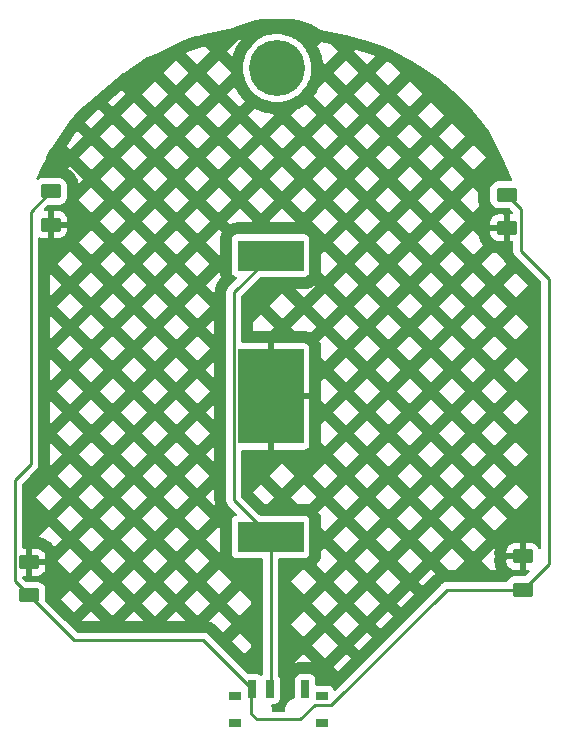
<source format=gbr>
%TF.GenerationSoftware,KiCad,Pcbnew,(6.0.0)*%
%TF.CreationDate,2022-03-24T14:36:50-05:00*%
%TF.ProjectId,Mando,4d616e64-6f2e-46b6-9963-61645f706362,rev?*%
%TF.SameCoordinates,Original*%
%TF.FileFunction,Copper,L2,Bot*%
%TF.FilePolarity,Positive*%
%FSLAX46Y46*%
G04 Gerber Fmt 4.6, Leading zero omitted, Abs format (unit mm)*
G04 Created by KiCad (PCBNEW (6.0.0)) date 2022-03-24 14:36:50*
%MOMM*%
%LPD*%
G01*
G04 APERTURE LIST*
G04 Aperture macros list*
%AMRoundRect*
0 Rectangle with rounded corners*
0 $1 Rounding radius*
0 $2 $3 $4 $5 $6 $7 $8 $9 X,Y pos of 4 corners*
0 Add a 4 corners polygon primitive as box body*
4,1,4,$2,$3,$4,$5,$6,$7,$8,$9,$2,$3,0*
0 Add four circle primitives for the rounded corners*
1,1,$1+$1,$2,$3*
1,1,$1+$1,$4,$5*
1,1,$1+$1,$6,$7*
1,1,$1+$1,$8,$9*
0 Add four rect primitives between the rounded corners*
20,1,$1+$1,$2,$3,$4,$5,0*
20,1,$1+$1,$4,$5,$6,$7,0*
20,1,$1+$1,$6,$7,$8,$9,0*
20,1,$1+$1,$8,$9,$2,$3,0*%
G04 Aperture macros list end*
%TA.AperFunction,ComponentPad*%
%ADD10C,4.750000*%
%TD*%
%TA.AperFunction,SMDPad,CuDef*%
%ADD11RoundRect,0.250000X-0.625000X0.375000X-0.625000X-0.375000X0.625000X-0.375000X0.625000X0.375000X0*%
%TD*%
%TA.AperFunction,SMDPad,CuDef*%
%ADD12R,1.000000X0.800000*%
%TD*%
%TA.AperFunction,SMDPad,CuDef*%
%ADD13R,0.700000X1.500000*%
%TD*%
%TA.AperFunction,SMDPad,CuDef*%
%ADD14RoundRect,0.250000X0.625000X-0.375000X0.625000X0.375000X-0.625000X0.375000X-0.625000X-0.375000X0*%
%TD*%
%TA.AperFunction,SMDPad,CuDef*%
%ADD15R,5.560000X2.600000*%
%TD*%
%TA.AperFunction,SMDPad,CuDef*%
%ADD16R,5.560000X8.000000*%
%TD*%
%TA.AperFunction,Conductor*%
%ADD17C,0.250000*%
%TD*%
G04 APERTURE END LIST*
D10*
%TO.P,REF\u002A\u002A,1*%
%TO.N,N/C*%
X179850000Y-84025000D03*
%TD*%
D11*
%TO.P,D4,1,K*%
%TO.N,GND*%
X158850000Y-125875000D03*
%TO.P,D4,2,A*%
%TO.N,Net-(D1-Pad2)*%
X158850000Y-128675000D03*
%TD*%
D12*
%TO.P,SW1,*%
%TO.N,*%
X176325000Y-139435000D03*
X183625000Y-139435000D03*
X176325000Y-137225000D03*
X183625000Y-137225000D03*
D13*
%TO.P,SW1,1,A*%
%TO.N,unconnected-(SW1-Pad1)*%
X182225000Y-136575000D03*
%TO.P,SW1,2,B*%
%TO.N,Net-(BT1-Pad1)*%
X179225000Y-136575000D03*
%TO.P,SW1,3,C*%
%TO.N,Net-(D1-Pad2)*%
X177725000Y-136575000D03*
%TD*%
D14*
%TO.P,D1,1,K*%
%TO.N,GND*%
X160675000Y-97275000D03*
%TO.P,D1,2,A*%
%TO.N,Net-(D1-Pad2)*%
X160675000Y-94475000D03*
%TD*%
D15*
%TO.P,BT1,1,+*%
%TO.N,Net-(BT1-Pad1)*%
X179300000Y-123725000D03*
X179300000Y-99915000D03*
D16*
%TO.P,BT1,2,-*%
%TO.N,GND*%
X179300000Y-111820000D03*
%TD*%
D14*
%TO.P,D2,1,K*%
%TO.N,GND*%
X199275000Y-97550000D03*
%TO.P,D2,2,A*%
%TO.N,Net-(D1-Pad2)*%
X199275000Y-94750000D03*
%TD*%
D11*
%TO.P,D3,1,K*%
%TO.N,GND*%
X200650000Y-125375000D03*
%TO.P,D3,2,A*%
%TO.N,Net-(D1-Pad2)*%
X200650000Y-128175000D03*
%TD*%
D17*
%TO.N,Net-(BT1-Pad1)*%
X179300000Y-99915000D02*
X176195489Y-103019511D01*
X179300000Y-123725000D02*
X179300000Y-136500000D01*
X179300000Y-136500000D02*
X179225000Y-136575000D01*
X176195489Y-103019511D02*
X176195489Y-120620489D01*
X176195489Y-120620489D02*
X179300000Y-123725000D01*
%TO.N,Net-(D1-Pad2)*%
X158850000Y-128675000D02*
X162625000Y-132450000D01*
X173600000Y-132450000D02*
X177725000Y-136575000D01*
X200474520Y-95949520D02*
X199275000Y-94750000D01*
X177725000Y-136575000D02*
X177650479Y-136649521D01*
X184449511Y-137949511D02*
X194224022Y-128175000D01*
X162625000Y-132450000D02*
X173600000Y-132450000D01*
X157650480Y-118899520D02*
X157650480Y-127475480D01*
X202848324Y-125976676D02*
X202848324Y-101863168D01*
X183026539Y-137949511D02*
X184449511Y-137949511D01*
X181816529Y-139159521D02*
X183026539Y-137949511D01*
X158975000Y-117575000D02*
X157650480Y-118899520D01*
X200650000Y-128175000D02*
X202848324Y-125976676D01*
X200474520Y-99489364D02*
X200474520Y-95949520D01*
X178133471Y-139159521D02*
X181816529Y-139159521D01*
X158975000Y-96175000D02*
X158975000Y-117575000D01*
X177650479Y-138676529D02*
X178133471Y-139159521D01*
X194224022Y-128175000D02*
X200650000Y-128175000D01*
X160675000Y-94475000D02*
X158975000Y-96175000D01*
X177650479Y-136649521D02*
X177650479Y-138676529D01*
X202848324Y-101863168D02*
X200474520Y-99489364D01*
X157650480Y-127475480D02*
X158850000Y-128675000D01*
%TD*%
%TA.AperFunction,Conductor*%
%TO.N,GND*%
G36*
X181250616Y-79881782D02*
G01*
X181276343Y-79884896D01*
X181479575Y-79931085D01*
X181734348Y-79988989D01*
X181745368Y-79992026D01*
X182658051Y-80288647D01*
X182680879Y-80298659D01*
X183387594Y-80696187D01*
X183402080Y-80705702D01*
X183425442Y-80723464D01*
X183433826Y-80726673D01*
X183492057Y-80748961D01*
X183492596Y-80749169D01*
X183550678Y-80771706D01*
X183559046Y-80774953D01*
X183567989Y-80775721D01*
X183592187Y-80777799D01*
X183607806Y-80780134D01*
X185654781Y-81218772D01*
X185660213Y-81220063D01*
X187803799Y-81780318D01*
X187820393Y-81785913D01*
X188603706Y-82112294D01*
X189544566Y-82504320D01*
X189558103Y-82510937D01*
X189821991Y-82660091D01*
X191239788Y-83461454D01*
X191243783Y-83463811D01*
X192450429Y-84206363D01*
X193464537Y-84830430D01*
X193481117Y-84842605D01*
X195317654Y-86437491D01*
X195326845Y-86446326D01*
X196458692Y-87650419D01*
X196466650Y-87659757D01*
X197160400Y-88559061D01*
X197753435Y-89327809D01*
X197764189Y-89341750D01*
X197775948Y-89360072D01*
X198561523Y-90854205D01*
X199012527Y-91711998D01*
X199017194Y-91721900D01*
X199640060Y-93207193D01*
X199645531Y-93223160D01*
X199707989Y-93455145D01*
X199708688Y-93457743D01*
X199707083Y-93528722D01*
X199667359Y-93587565D01*
X199602128Y-93615591D01*
X199587020Y-93616500D01*
X198599600Y-93616500D01*
X198596354Y-93616837D01*
X198596350Y-93616837D01*
X198500692Y-93626762D01*
X198500688Y-93626763D01*
X198493834Y-93627474D01*
X198487298Y-93629655D01*
X198487296Y-93629655D01*
X198355194Y-93673728D01*
X198326054Y-93683450D01*
X198175652Y-93776522D01*
X198050695Y-93901697D01*
X197957885Y-94052262D01*
X197902203Y-94220139D01*
X197891500Y-94324600D01*
X197891500Y-95175400D01*
X197891837Y-95178646D01*
X197891837Y-95178650D01*
X197897949Y-95237550D01*
X197902474Y-95281166D01*
X197958450Y-95448946D01*
X198051522Y-95599348D01*
X198176697Y-95724305D01*
X198182927Y-95728145D01*
X198182928Y-95728146D01*
X198198493Y-95737740D01*
X198327262Y-95817115D01*
X198407005Y-95843564D01*
X198488611Y-95870632D01*
X198488613Y-95870632D01*
X198495139Y-95872797D01*
X198501975Y-95873497D01*
X198501978Y-95873498D01*
X198545031Y-95877909D01*
X198599600Y-95883500D01*
X199460406Y-95883500D01*
X199528527Y-95903502D01*
X199549501Y-95920405D01*
X199804115Y-96175019D01*
X199838141Y-96237331D01*
X199841020Y-96264114D01*
X199841020Y-96291000D01*
X199821018Y-96359121D01*
X199767362Y-96405614D01*
X199715020Y-96417000D01*
X199547115Y-96417000D01*
X199531876Y-96421475D01*
X199530671Y-96422865D01*
X199529000Y-96430548D01*
X199529000Y-98664884D01*
X199533475Y-98680123D01*
X199534865Y-98681328D01*
X199542548Y-98682999D01*
X199715020Y-98682999D01*
X199783141Y-98703001D01*
X199829634Y-98756657D01*
X199841020Y-98808999D01*
X199841020Y-99410597D01*
X199840493Y-99421780D01*
X199838818Y-99429273D01*
X199839067Y-99437199D01*
X199839067Y-99437200D01*
X199840958Y-99497350D01*
X199841020Y-99501309D01*
X199841020Y-99529220D01*
X199841517Y-99533154D01*
X199841517Y-99533155D01*
X199841525Y-99533220D01*
X199842458Y-99545057D01*
X199843847Y-99589253D01*
X199849498Y-99608703D01*
X199853507Y-99628064D01*
X199856046Y-99648161D01*
X199858965Y-99655532D01*
X199858965Y-99655534D01*
X199872324Y-99689276D01*
X199876169Y-99700506D01*
X199888502Y-99742957D01*
X199892535Y-99749776D01*
X199892537Y-99749781D01*
X199898813Y-99760392D01*
X199907508Y-99778140D01*
X199914968Y-99796981D01*
X199919630Y-99803397D01*
X199919630Y-99803398D01*
X199940956Y-99832751D01*
X199947472Y-99842671D01*
X199962056Y-99867330D01*
X199969978Y-99880726D01*
X199984299Y-99895047D01*
X199997139Y-99910080D01*
X200009048Y-99926471D01*
X200015154Y-99931522D01*
X200043125Y-99954662D01*
X200051904Y-99962652D01*
X202177919Y-102088668D01*
X202211945Y-102150980D01*
X202214824Y-102177763D01*
X202214824Y-124646002D01*
X202194822Y-124714123D01*
X202141166Y-124760616D01*
X202070892Y-124770720D01*
X202006312Y-124741226D01*
X201971849Y-124689689D01*
X201971517Y-124689844D01*
X201970498Y-124687668D01*
X201969300Y-124685877D01*
X201968413Y-124683218D01*
X201962239Y-124670038D01*
X201876937Y-124532193D01*
X201867901Y-124520792D01*
X201753171Y-124406261D01*
X201741760Y-124397249D01*
X201603757Y-124312184D01*
X201590576Y-124306037D01*
X201436290Y-124254862D01*
X201422914Y-124251995D01*
X201328562Y-124242328D01*
X201322145Y-124242000D01*
X200922115Y-124242000D01*
X200906876Y-124246475D01*
X200905671Y-124247865D01*
X200904000Y-124255548D01*
X200904000Y-126489884D01*
X200908475Y-126505123D01*
X200909865Y-126506328D01*
X200917548Y-126507999D01*
X201116906Y-126507999D01*
X201185027Y-126528001D01*
X201231520Y-126581657D01*
X201241624Y-126651931D01*
X201212130Y-126716511D01*
X201206001Y-126723094D01*
X200924500Y-127004595D01*
X200862188Y-127038621D01*
X200835405Y-127041500D01*
X199974600Y-127041500D01*
X199971354Y-127041837D01*
X199971350Y-127041837D01*
X199875692Y-127051762D01*
X199875688Y-127051763D01*
X199868834Y-127052474D01*
X199862298Y-127054655D01*
X199862296Y-127054655D01*
X199836747Y-127063179D01*
X199701054Y-127108450D01*
X199550652Y-127201522D01*
X199425695Y-127326697D01*
X199332885Y-127477262D01*
X199331205Y-127476226D01*
X199290879Y-127522031D01*
X199223595Y-127541500D01*
X194302789Y-127541500D01*
X194291606Y-127540973D01*
X194284113Y-127539298D01*
X194276187Y-127539547D01*
X194276186Y-127539547D01*
X194216036Y-127541438D01*
X194212077Y-127541500D01*
X194184166Y-127541500D01*
X194180232Y-127541997D01*
X194180231Y-127541997D01*
X194180166Y-127542005D01*
X194168329Y-127542938D01*
X194136071Y-127543952D01*
X194132052Y-127544078D01*
X194124133Y-127544327D01*
X194104679Y-127549979D01*
X194085322Y-127553987D01*
X194073092Y-127555532D01*
X194073091Y-127555532D01*
X194065225Y-127556526D01*
X194057854Y-127559445D01*
X194057852Y-127559445D01*
X194024110Y-127572804D01*
X194012880Y-127576649D01*
X193978039Y-127586771D01*
X193978038Y-127586771D01*
X193970429Y-127588982D01*
X193963610Y-127593015D01*
X193963605Y-127593017D01*
X193952994Y-127599293D01*
X193935246Y-127607988D01*
X193916405Y-127615448D01*
X193909989Y-127620110D01*
X193909988Y-127620110D01*
X193880635Y-127641436D01*
X193870715Y-127647952D01*
X193839487Y-127666420D01*
X193839484Y-127666422D01*
X193832660Y-127670458D01*
X193818339Y-127684779D01*
X193803306Y-127697619D01*
X193786915Y-127709528D01*
X193781864Y-127715634D01*
X193758724Y-127743605D01*
X193750734Y-127752384D01*
X184809213Y-136693904D01*
X184746901Y-136727930D01*
X184676086Y-136722865D01*
X184619250Y-136680318D01*
X184602136Y-136649039D01*
X184578767Y-136586703D01*
X184575615Y-136578295D01*
X184488261Y-136461739D01*
X184371705Y-136374385D01*
X184235316Y-136323255D01*
X184173134Y-136316500D01*
X183209500Y-136316500D01*
X183141379Y-136296498D01*
X183094886Y-136242842D01*
X183083500Y-136190500D01*
X183083500Y-135776866D01*
X183076745Y-135714684D01*
X183025615Y-135578295D01*
X182938261Y-135461739D01*
X182821705Y-135374385D01*
X182685316Y-135323255D01*
X182623134Y-135316500D01*
X181826866Y-135316500D01*
X181764684Y-135323255D01*
X181628295Y-135374385D01*
X181511739Y-135461739D01*
X181424385Y-135578295D01*
X181373255Y-135714684D01*
X181366500Y-135776866D01*
X181366500Y-137271971D01*
X181346498Y-137340092D01*
X181292842Y-137386585D01*
X181278185Y-137392203D01*
X181201153Y-137416343D01*
X181101549Y-137447556D01*
X181101544Y-137447558D01*
X181095459Y-137449465D01*
X181010304Y-137496668D01*
X180930729Y-137540777D01*
X180930726Y-137540779D01*
X180925150Y-137543870D01*
X180920309Y-137548019D01*
X180920305Y-137548022D01*
X180884290Y-137578891D01*
X180777302Y-137670591D01*
X180773391Y-137675633D01*
X180773390Y-137675634D01*
X180759422Y-137693642D01*
X180657954Y-137824453D01*
X180655138Y-137830176D01*
X180655136Y-137830179D01*
X180580883Y-137981081D01*
X180571982Y-137999171D01*
X180570373Y-138005349D01*
X180570372Y-138005351D01*
X180546726Y-138096131D01*
X180522898Y-138187607D01*
X180522564Y-138193986D01*
X180513228Y-138372127D01*
X180512707Y-138382064D01*
X180513663Y-138388383D01*
X180513931Y-138393865D01*
X180497281Y-138462881D01*
X180445961Y-138511940D01*
X180388081Y-138526021D01*
X179557591Y-138526021D01*
X179489470Y-138506019D01*
X179442977Y-138452363D01*
X179431764Y-138393428D01*
X179437293Y-138287936D01*
X179408175Y-138095401D01*
X179405972Y-138089415D01*
X179405971Y-138089409D01*
X179374181Y-138003008D01*
X179369431Y-137932170D01*
X179403732Y-137870010D01*
X179466195Y-137836262D01*
X179492431Y-137833500D01*
X179623134Y-137833500D01*
X179685316Y-137826745D01*
X179821705Y-137775615D01*
X179938261Y-137688261D01*
X180025615Y-137571705D01*
X180076745Y-137435316D01*
X180083500Y-137373134D01*
X180083500Y-135776866D01*
X180076745Y-135714684D01*
X180025615Y-135578295D01*
X179958674Y-135488976D01*
X179933826Y-135422470D01*
X179933500Y-135413411D01*
X179933500Y-134698899D01*
X184603423Y-134698899D01*
X184986816Y-135082292D01*
X186065862Y-134003246D01*
X185682469Y-133619853D01*
X184603423Y-134698899D01*
X179933500Y-134698899D01*
X179933500Y-134417141D01*
X181293079Y-134417141D01*
X181408741Y-134373781D01*
X181416210Y-134371245D01*
X181507426Y-134343422D01*
X181515041Y-134341357D01*
X181545663Y-134334076D01*
X181553391Y-134332493D01*
X181647364Y-134316283D01*
X181655174Y-134315186D01*
X181717356Y-134308431D01*
X181720748Y-134308109D01*
X181761833Y-134304767D01*
X181765235Y-134304536D01*
X181778843Y-134303799D01*
X181782249Y-134303661D01*
X181823458Y-134302546D01*
X181826866Y-134302500D01*
X182623134Y-134302500D01*
X182626542Y-134302546D01*
X182667751Y-134303661D01*
X182671157Y-134303799D01*
X182684765Y-134304536D01*
X182688167Y-134304767D01*
X182729252Y-134308109D01*
X182732644Y-134308431D01*
X182784587Y-134314074D01*
X182090367Y-133619853D01*
X181293079Y-134417141D01*
X179933500Y-134417141D01*
X179933500Y-132902848D01*
X182807372Y-132902848D01*
X183886418Y-133981894D01*
X184965464Y-132902848D01*
X186399474Y-132902848D01*
X186782867Y-133286241D01*
X187861913Y-132207195D01*
X187478520Y-131823802D01*
X186399474Y-132902848D01*
X184965464Y-132902848D01*
X183886418Y-131823802D01*
X182807372Y-132902848D01*
X179933500Y-132902848D01*
X179933500Y-131106797D01*
X181011321Y-131106797D01*
X182090367Y-132185843D01*
X183169412Y-131106797D01*
X184603423Y-131106797D01*
X185682469Y-132185843D01*
X186761515Y-131106797D01*
X188195526Y-131106797D01*
X188578918Y-131490189D01*
X189657964Y-130411144D01*
X189274571Y-130027751D01*
X188195526Y-131106797D01*
X186761515Y-131106797D01*
X185682469Y-130027751D01*
X184603423Y-131106797D01*
X183169412Y-131106797D01*
X182090367Y-130027751D01*
X181011321Y-131106797D01*
X179933500Y-131106797D01*
X179933500Y-129310745D01*
X182807372Y-129310745D01*
X183886418Y-130389791D01*
X184965464Y-129310745D01*
X186399474Y-129310745D01*
X187478520Y-130389791D01*
X188557566Y-129310745D01*
X189991577Y-129310745D01*
X190374970Y-129694138D01*
X191454015Y-128615093D01*
X191070623Y-128231700D01*
X189991577Y-129310745D01*
X188557566Y-129310745D01*
X187478520Y-128231700D01*
X186399474Y-129310745D01*
X184965464Y-129310745D01*
X183886418Y-128231700D01*
X182807372Y-129310745D01*
X179933500Y-129310745D01*
X179933500Y-127514694D01*
X181011321Y-127514694D01*
X182090367Y-128593740D01*
X183169412Y-127514694D01*
X184603423Y-127514694D01*
X185682469Y-128593740D01*
X186761515Y-127514694D01*
X188195526Y-127514694D01*
X189274571Y-128593740D01*
X190353617Y-127514694D01*
X191787628Y-127514694D01*
X192171021Y-127898087D01*
X193004105Y-127065003D01*
X193005614Y-127063179D01*
X193010851Y-127057239D01*
X193076370Y-126987471D01*
X193081967Y-126981874D01*
X193104991Y-126960254D01*
X193110927Y-126955021D01*
X193152630Y-126920521D01*
X193193189Y-126884763D01*
X193199287Y-126879718D01*
X193224242Y-126860360D01*
X193230646Y-126855707D01*
X193264039Y-126833013D01*
X192866674Y-126435648D01*
X191787628Y-127514694D01*
X190353617Y-127514694D01*
X189274571Y-126435648D01*
X188195526Y-127514694D01*
X186761515Y-127514694D01*
X185682469Y-126435648D01*
X184603423Y-127514694D01*
X183169412Y-127514694D01*
X182199442Y-126544723D01*
X182193167Y-126545233D01*
X182189765Y-126545464D01*
X182176157Y-126546201D01*
X182172751Y-126546339D01*
X182131542Y-126547454D01*
X182128134Y-126547500D01*
X181978515Y-126547500D01*
X181011321Y-127514694D01*
X179933500Y-127514694D01*
X179933500Y-126087352D01*
X183176081Y-126087352D01*
X183886418Y-126797689D01*
X184965464Y-125718643D01*
X186399474Y-125718643D01*
X187478520Y-126797689D01*
X188557566Y-125718643D01*
X189991577Y-125718643D01*
X191070623Y-126797689D01*
X192149669Y-125718643D01*
X193583679Y-125718643D01*
X194392536Y-126527500D01*
X194932914Y-126527500D01*
X195741771Y-125718643D01*
X197175782Y-125718643D01*
X197984639Y-126527500D01*
X198428207Y-126527500D01*
X198425917Y-126523269D01*
X198422624Y-126516742D01*
X198410244Y-126490315D01*
X198407335Y-126483604D01*
X198374538Y-126401502D01*
X198372024Y-126394637D01*
X198316086Y-126226968D01*
X198314086Y-126220378D01*
X198292088Y-126140065D01*
X198290451Y-126133375D01*
X198284648Y-126106502D01*
X198283379Y-126099734D01*
X198270280Y-126017533D01*
X198269383Y-126010708D01*
X198258416Y-125905007D01*
X198258122Y-125901765D01*
X198255072Y-125862512D01*
X198254861Y-125859264D01*
X198254188Y-125846261D01*
X198254062Y-125843007D01*
X198253043Y-125803621D01*
X198253001Y-125800362D01*
X198253001Y-125797095D01*
X199267001Y-125797095D01*
X199267338Y-125803614D01*
X199277257Y-125899206D01*
X199280149Y-125912600D01*
X199331588Y-126066784D01*
X199337761Y-126079962D01*
X199423063Y-126217807D01*
X199432099Y-126229208D01*
X199546829Y-126343739D01*
X199558240Y-126352751D01*
X199696243Y-126437816D01*
X199709424Y-126443963D01*
X199863710Y-126495138D01*
X199877086Y-126498005D01*
X199971438Y-126507672D01*
X199977854Y-126508000D01*
X200377885Y-126508000D01*
X200393124Y-126503525D01*
X200394329Y-126502135D01*
X200396000Y-126494452D01*
X200396000Y-125647115D01*
X200391525Y-125631876D01*
X200390135Y-125630671D01*
X200382452Y-125629000D01*
X199285116Y-125629000D01*
X199269877Y-125633475D01*
X199268672Y-125634865D01*
X199267001Y-125642548D01*
X199267001Y-125797095D01*
X198253001Y-125797095D01*
X198253001Y-125629000D01*
X198253723Y-125615532D01*
X198271136Y-125453561D01*
X198273293Y-125440246D01*
X198284679Y-125387904D01*
X198286289Y-125381353D01*
X198289027Y-125371373D01*
X198288969Y-125371176D01*
X198285148Y-125353611D01*
X198254282Y-125138932D01*
X198253000Y-125121000D01*
X198253000Y-125102885D01*
X199267000Y-125102885D01*
X199271475Y-125118124D01*
X199272865Y-125119329D01*
X199280548Y-125121000D01*
X200377885Y-125121000D01*
X200393124Y-125116525D01*
X200394329Y-125115135D01*
X200396000Y-125107452D01*
X200396000Y-124260116D01*
X200391525Y-124244877D01*
X200390135Y-124243672D01*
X200382452Y-124242001D01*
X199977905Y-124242001D01*
X199971386Y-124242338D01*
X199875794Y-124252257D01*
X199862400Y-124255149D01*
X199708216Y-124306588D01*
X199695038Y-124312761D01*
X199557193Y-124398063D01*
X199545792Y-124407099D01*
X199431261Y-124521829D01*
X199422249Y-124533240D01*
X199337184Y-124671243D01*
X199331037Y-124684424D01*
X199279862Y-124838710D01*
X199276995Y-124852086D01*
X199267329Y-124946423D01*
X199267000Y-124952855D01*
X199267000Y-125102885D01*
X198253000Y-125102885D01*
X198253000Y-124949637D01*
X198253041Y-124946423D01*
X198254033Y-124907549D01*
X198254156Y-124904335D01*
X198254812Y-124891493D01*
X198255017Y-124888283D01*
X198257993Y-124849492D01*
X198258280Y-124846288D01*
X198268976Y-124741892D01*
X198269863Y-124735077D01*
X198280835Y-124665604D01*
X198254828Y-124639597D01*
X197175782Y-125718643D01*
X195741771Y-125718643D01*
X194662725Y-124639597D01*
X193583679Y-125718643D01*
X192149669Y-125718643D01*
X191070623Y-124639597D01*
X189991577Y-125718643D01*
X188557566Y-125718643D01*
X187478520Y-124639597D01*
X186399474Y-125718643D01*
X184965464Y-125718643D01*
X183886418Y-124639597D01*
X183602500Y-124923515D01*
X183602500Y-125073134D01*
X183602454Y-125076542D01*
X183601339Y-125117751D01*
X183601201Y-125121157D01*
X183600464Y-125134765D01*
X183600233Y-125138167D01*
X183596891Y-125179252D01*
X183596569Y-125182644D01*
X183589814Y-125244826D01*
X183588717Y-125252636D01*
X183572507Y-125346609D01*
X183570924Y-125354337D01*
X183563643Y-125384959D01*
X183561578Y-125392574D01*
X183533755Y-125483790D01*
X183531219Y-125491259D01*
X183480089Y-125627648D01*
X183476647Y-125635920D01*
X183431517Y-125734377D01*
X183427497Y-125742385D01*
X183410341Y-125773720D01*
X183405762Y-125781420D01*
X183347140Y-125872469D01*
X183342025Y-125879824D01*
X183254671Y-125996380D01*
X183249046Y-126003354D01*
X183178103Y-126085180D01*
X183176081Y-126087352D01*
X179933500Y-126087352D01*
X179933500Y-125659500D01*
X179953502Y-125591379D01*
X180007158Y-125544886D01*
X180059500Y-125533500D01*
X182128134Y-125533500D01*
X182190316Y-125526745D01*
X182326705Y-125475615D01*
X182443261Y-125388261D01*
X182530615Y-125271705D01*
X182581745Y-125135316D01*
X182588500Y-125073134D01*
X182588500Y-123922592D01*
X184603423Y-123922592D01*
X185682469Y-125001638D01*
X186761515Y-123922592D01*
X188195526Y-123922592D01*
X189274571Y-125001638D01*
X190353617Y-123922592D01*
X191787628Y-123922592D01*
X192866674Y-125001638D01*
X193945720Y-123922592D01*
X195379731Y-123922592D01*
X196458776Y-125001638D01*
X197537822Y-123922592D01*
X196458776Y-122843546D01*
X195379731Y-123922592D01*
X193945720Y-123922592D01*
X192866674Y-122843546D01*
X191787628Y-123922592D01*
X190353617Y-123922592D01*
X189274571Y-122843546D01*
X188195526Y-123922592D01*
X186761515Y-123922592D01*
X185682469Y-122843546D01*
X184603423Y-123922592D01*
X182588500Y-123922592D01*
X182588500Y-122376866D01*
X182581745Y-122314684D01*
X182530615Y-122178295D01*
X182443261Y-122061739D01*
X182326705Y-121974385D01*
X182190316Y-121923255D01*
X182128134Y-121916500D01*
X178439594Y-121916500D01*
X178371473Y-121896498D01*
X178350499Y-121879595D01*
X178054057Y-121583153D01*
X183350760Y-121583153D01*
X183405762Y-121668580D01*
X183410341Y-121676280D01*
X183427497Y-121707615D01*
X183431517Y-121715623D01*
X183476647Y-121814080D01*
X183480089Y-121822352D01*
X183531219Y-121958741D01*
X183533755Y-121966210D01*
X183561578Y-122057426D01*
X183563643Y-122065041D01*
X183570924Y-122095663D01*
X183572507Y-122103391D01*
X183588717Y-122197364D01*
X183589814Y-122205174D01*
X183596569Y-122267356D01*
X183596891Y-122270748D01*
X183600233Y-122311833D01*
X183600464Y-122315235D01*
X183601201Y-122328843D01*
X183601339Y-122332249D01*
X183602454Y-122373458D01*
X183602500Y-122376866D01*
X183602500Y-122921668D01*
X183886418Y-123205586D01*
X184965464Y-122126541D01*
X186399474Y-122126541D01*
X187478520Y-123205586D01*
X188557566Y-122126541D01*
X189991577Y-122126541D01*
X191070623Y-123205586D01*
X192149669Y-122126541D01*
X193583679Y-122126541D01*
X194662725Y-123205586D01*
X195741771Y-122126541D01*
X197175782Y-122126541D01*
X198254828Y-123205586D01*
X199333873Y-122126541D01*
X198254828Y-121047495D01*
X197175782Y-122126541D01*
X195741771Y-122126541D01*
X194662725Y-121047495D01*
X193583679Y-122126541D01*
X192149669Y-122126541D01*
X191070623Y-121047495D01*
X189991577Y-122126541D01*
X188557566Y-122126541D01*
X187478520Y-121047495D01*
X186399474Y-122126541D01*
X184965464Y-122126541D01*
X183886418Y-121047495D01*
X183350760Y-121583153D01*
X178054057Y-121583153D01*
X176865894Y-120394989D01*
X176831868Y-120332677D01*
X176828989Y-120305894D01*
X176828989Y-119938073D01*
X177842989Y-119938073D01*
X178807415Y-120902500D01*
X179005299Y-120902500D01*
X179577310Y-120330489D01*
X181011321Y-120330489D01*
X181583332Y-120902500D01*
X182128134Y-120902500D01*
X182131542Y-120902546D01*
X182172751Y-120903661D01*
X182176157Y-120903799D01*
X182189765Y-120904536D01*
X182193167Y-120904767D01*
X182234252Y-120908109D01*
X182237644Y-120908431D01*
X182299826Y-120915186D01*
X182307636Y-120916283D01*
X182401609Y-120932493D01*
X182409337Y-120934076D01*
X182439959Y-120941357D01*
X182447574Y-120943422D01*
X182531025Y-120968876D01*
X183169412Y-120330489D01*
X184603423Y-120330489D01*
X185682469Y-121409535D01*
X186761515Y-120330489D01*
X188195526Y-120330489D01*
X189274571Y-121409535D01*
X190353617Y-120330489D01*
X191787628Y-120330489D01*
X192866674Y-121409535D01*
X193945720Y-120330489D01*
X195379731Y-120330489D01*
X196458776Y-121409535D01*
X197537822Y-120330489D01*
X198971833Y-120330489D01*
X200050879Y-121409535D01*
X201129925Y-120330489D01*
X200050879Y-119251443D01*
X198971833Y-120330489D01*
X197537822Y-120330489D01*
X196458776Y-119251443D01*
X195379731Y-120330489D01*
X193945720Y-120330489D01*
X192866674Y-119251443D01*
X191787628Y-120330489D01*
X190353617Y-120330489D01*
X189274571Y-119251443D01*
X188195526Y-120330489D01*
X186761515Y-120330489D01*
X185682469Y-119251443D01*
X184603423Y-120330489D01*
X183169412Y-120330489D01*
X182090367Y-119251443D01*
X181011321Y-120330489D01*
X179577310Y-120330489D01*
X178498264Y-119251443D01*
X177842989Y-119906718D01*
X177842989Y-119938073D01*
X176828989Y-119938073D01*
X176828989Y-118534438D01*
X179215270Y-118534438D01*
X180294315Y-119613484D01*
X181373361Y-118534438D01*
X182807372Y-118534438D01*
X183886418Y-119613484D01*
X184965464Y-118534438D01*
X186399474Y-118534438D01*
X187478520Y-119613484D01*
X188557566Y-118534438D01*
X189991577Y-118534438D01*
X191070623Y-119613484D01*
X192149669Y-118534438D01*
X193583679Y-118534438D01*
X194662725Y-119613484D01*
X195741771Y-118534438D01*
X197175782Y-118534438D01*
X198254828Y-119613484D01*
X199333873Y-118534438D01*
X198254828Y-117455392D01*
X197175782Y-118534438D01*
X195741771Y-118534438D01*
X194662725Y-117455392D01*
X193583679Y-118534438D01*
X192149669Y-118534438D01*
X191070623Y-117455392D01*
X189991577Y-118534438D01*
X188557566Y-118534438D01*
X187478520Y-117455392D01*
X186399474Y-118534438D01*
X184965464Y-118534438D01*
X183886418Y-117455392D01*
X182807372Y-118534438D01*
X181373361Y-118534438D01*
X180294315Y-117455392D01*
X179215270Y-118534438D01*
X176828989Y-118534438D01*
X176828989Y-116738387D01*
X184603423Y-116738387D01*
X185682469Y-117817433D01*
X186761515Y-116738387D01*
X188195526Y-116738387D01*
X189274571Y-117817433D01*
X190353617Y-116738387D01*
X191787628Y-116738387D01*
X192866674Y-117817433D01*
X193945720Y-116738387D01*
X195379731Y-116738387D01*
X196458776Y-117817433D01*
X197537822Y-116738387D01*
X198971833Y-116738387D01*
X200050879Y-117817433D01*
X201129925Y-116738387D01*
X200050879Y-115659341D01*
X198971833Y-116738387D01*
X197537822Y-116738387D01*
X196458776Y-115659341D01*
X195379731Y-116738387D01*
X193945720Y-116738387D01*
X192866674Y-115659341D01*
X191787628Y-116738387D01*
X190353617Y-116738387D01*
X189274571Y-115659341D01*
X188195526Y-116738387D01*
X186761515Y-116738387D01*
X185682469Y-115659341D01*
X184603423Y-116738387D01*
X176828989Y-116738387D01*
X176828989Y-116454000D01*
X176848991Y-116385879D01*
X176902647Y-116339386D01*
X176954989Y-116328000D01*
X179027885Y-116328000D01*
X179043124Y-116323525D01*
X179044329Y-116322135D01*
X179046000Y-116314452D01*
X179046000Y-116309884D01*
X179554000Y-116309884D01*
X179558475Y-116325123D01*
X179559865Y-116326328D01*
X179567548Y-116327999D01*
X182124669Y-116327999D01*
X182131490Y-116327629D01*
X182182352Y-116322105D01*
X182197604Y-116318479D01*
X182318054Y-116273324D01*
X182333649Y-116264786D01*
X182435724Y-116188285D01*
X182448285Y-116175724D01*
X182524786Y-116073649D01*
X182533324Y-116058054D01*
X182578478Y-115937606D01*
X182582105Y-115922351D01*
X182587631Y-115871486D01*
X182588000Y-115864672D01*
X182588000Y-115736964D01*
X183602000Y-115736964D01*
X183886418Y-116021382D01*
X184965464Y-114942336D01*
X186399474Y-114942336D01*
X187478520Y-116021382D01*
X188557566Y-114942336D01*
X189991577Y-114942336D01*
X191070623Y-116021382D01*
X192149669Y-114942336D01*
X193583679Y-114942336D01*
X194662725Y-116021382D01*
X195741771Y-114942336D01*
X197175782Y-114942336D01*
X198254828Y-116021382D01*
X199333873Y-114942336D01*
X198254828Y-113863290D01*
X197175782Y-114942336D01*
X195741771Y-114942336D01*
X194662725Y-113863290D01*
X193583679Y-114942336D01*
X192149669Y-114942336D01*
X191070623Y-113863290D01*
X189991577Y-114942336D01*
X188557566Y-114942336D01*
X187478520Y-113863290D01*
X186399474Y-114942336D01*
X184965464Y-114942336D01*
X183886418Y-113863290D01*
X183602000Y-114147708D01*
X183602000Y-115736964D01*
X182588000Y-115736964D01*
X182588000Y-113146284D01*
X184603423Y-113146284D01*
X185682469Y-114225330D01*
X186761515Y-113146284D01*
X188195526Y-113146284D01*
X189274571Y-114225330D01*
X190353617Y-113146284D01*
X191787628Y-113146284D01*
X192866674Y-114225330D01*
X193945720Y-113146284D01*
X195379731Y-113146284D01*
X196458776Y-114225330D01*
X197537822Y-113146284D01*
X198971833Y-113146284D01*
X200050879Y-114225330D01*
X201129925Y-113146284D01*
X200050879Y-112067239D01*
X198971833Y-113146284D01*
X197537822Y-113146284D01*
X196458776Y-112067239D01*
X195379731Y-113146284D01*
X193945720Y-113146284D01*
X192866674Y-112067239D01*
X191787628Y-113146284D01*
X190353617Y-113146284D01*
X189274571Y-112067239D01*
X188195526Y-113146284D01*
X186761515Y-113146284D01*
X185682469Y-112067239D01*
X184603423Y-113146284D01*
X182588000Y-113146284D01*
X182588000Y-112092115D01*
X182583525Y-112076876D01*
X182582135Y-112075671D01*
X182574452Y-112074000D01*
X179572115Y-112074000D01*
X179556876Y-112078475D01*
X179555671Y-112079865D01*
X179554000Y-112087548D01*
X179554000Y-116309884D01*
X179046000Y-116309884D01*
X179046000Y-111823627D01*
X183565973Y-111823627D01*
X183566031Y-111823824D01*
X183569852Y-111841389D01*
X183600718Y-112056068D01*
X183602000Y-112074000D01*
X183602000Y-112144861D01*
X183886418Y-112429279D01*
X184965464Y-111350233D01*
X186399474Y-111350233D01*
X187478520Y-112429279D01*
X188557566Y-111350233D01*
X189991577Y-111350233D01*
X191070623Y-112429279D01*
X192149669Y-111350233D01*
X193583679Y-111350233D01*
X194662725Y-112429279D01*
X195741771Y-111350233D01*
X197175782Y-111350233D01*
X198254828Y-112429279D01*
X199333873Y-111350233D01*
X198254828Y-110271187D01*
X197175782Y-111350233D01*
X195741771Y-111350233D01*
X194662725Y-110271187D01*
X193583679Y-111350233D01*
X192149669Y-111350233D01*
X191070623Y-110271187D01*
X189991577Y-111350233D01*
X188557566Y-111350233D01*
X187478520Y-110271187D01*
X186399474Y-111350233D01*
X184965464Y-111350233D01*
X183886418Y-110271187D01*
X183601999Y-110555606D01*
X183601999Y-111566000D01*
X183601277Y-111579468D01*
X183583864Y-111741439D01*
X183581707Y-111754754D01*
X183570321Y-111807096D01*
X183568711Y-111813647D01*
X183565973Y-111823627D01*
X179046000Y-111823627D01*
X179046000Y-111547885D01*
X179554000Y-111547885D01*
X179558475Y-111563124D01*
X179559865Y-111564329D01*
X179567548Y-111566000D01*
X182569884Y-111566000D01*
X182585123Y-111561525D01*
X182586328Y-111560135D01*
X182587999Y-111552452D01*
X182587999Y-109554182D01*
X184603423Y-109554182D01*
X185682469Y-110633228D01*
X186761515Y-109554182D01*
X188195526Y-109554182D01*
X189274571Y-110633228D01*
X190353617Y-109554182D01*
X191787628Y-109554182D01*
X192866674Y-110633228D01*
X193945720Y-109554182D01*
X195379731Y-109554182D01*
X196458776Y-110633228D01*
X197537822Y-109554182D01*
X198971833Y-109554182D01*
X200050879Y-110633228D01*
X201129925Y-109554182D01*
X200050879Y-108475136D01*
X198971833Y-109554182D01*
X197537822Y-109554182D01*
X196458776Y-108475136D01*
X195379731Y-109554182D01*
X193945720Y-109554182D01*
X192866674Y-108475136D01*
X191787628Y-109554182D01*
X190353617Y-109554182D01*
X189274571Y-108475136D01*
X188195526Y-109554182D01*
X186761515Y-109554182D01*
X185682469Y-108475136D01*
X184603423Y-109554182D01*
X182587999Y-109554182D01*
X182587999Y-107775331D01*
X182587629Y-107768502D01*
X182582105Y-107717648D01*
X182578479Y-107702396D01*
X182533324Y-107581946D01*
X182524786Y-107566351D01*
X182448285Y-107464276D01*
X182435724Y-107451715D01*
X182333649Y-107375214D01*
X182318054Y-107366676D01*
X182197606Y-107321522D01*
X182182351Y-107317895D01*
X182131486Y-107312369D01*
X182124672Y-107312000D01*
X179572115Y-107312000D01*
X179556876Y-107316475D01*
X179555671Y-107317865D01*
X179554000Y-107325548D01*
X179554000Y-111547885D01*
X179046000Y-111547885D01*
X179046000Y-107330116D01*
X179041525Y-107314877D01*
X179040135Y-107313672D01*
X179032452Y-107312001D01*
X176954989Y-107312001D01*
X176886868Y-107291999D01*
X176840375Y-107238343D01*
X176828989Y-107186001D01*
X176828989Y-107127023D01*
X183438480Y-107127023D01*
X183476204Y-107209321D01*
X183479646Y-107217594D01*
X183530726Y-107353849D01*
X183533263Y-107361321D01*
X183561089Y-107452555D01*
X183563153Y-107460169D01*
X183570434Y-107490794D01*
X183572017Y-107498520D01*
X183588226Y-107592490D01*
X183589323Y-107600303D01*
X183596070Y-107662422D01*
X183596392Y-107665815D01*
X183599731Y-107706877D01*
X183599962Y-107710273D01*
X183600699Y-107723878D01*
X183600837Y-107727284D01*
X183601953Y-107768502D01*
X183601999Y-107771912D01*
X183601999Y-108552758D01*
X183886418Y-108837177D01*
X184965464Y-107758131D01*
X186399474Y-107758131D01*
X187478520Y-108837177D01*
X188557566Y-107758131D01*
X189991577Y-107758131D01*
X191070623Y-108837177D01*
X192149669Y-107758131D01*
X193583679Y-107758131D01*
X194662725Y-108837177D01*
X195741771Y-107758131D01*
X197175782Y-107758131D01*
X198254828Y-108837177D01*
X199333873Y-107758131D01*
X198254828Y-106679085D01*
X197175782Y-107758131D01*
X195741771Y-107758131D01*
X194662725Y-106679085D01*
X193583679Y-107758131D01*
X192149669Y-107758131D01*
X191070623Y-106679085D01*
X189991577Y-107758131D01*
X188557566Y-107758131D01*
X187478520Y-106679085D01*
X186399474Y-107758131D01*
X184965464Y-107758131D01*
X183886418Y-106679085D01*
X183438480Y-107127023D01*
X176828989Y-107127023D01*
X176828989Y-106298001D01*
X177842989Y-106298001D01*
X179046000Y-106298001D01*
X179059468Y-106298723D01*
X179221439Y-106316136D01*
X179223001Y-106316389D01*
X179577310Y-105962080D01*
X181011321Y-105962080D01*
X181347241Y-106298000D01*
X182128089Y-106298000D01*
X182131497Y-106298046D01*
X182172706Y-106299161D01*
X182176112Y-106299299D01*
X182189720Y-106300036D01*
X182193122Y-106300267D01*
X182234206Y-106303609D01*
X182237598Y-106303931D01*
X182299716Y-106310679D01*
X182307526Y-106311776D01*
X182401500Y-106327986D01*
X182409228Y-106329569D01*
X182439850Y-106336850D01*
X182447464Y-106338915D01*
X182538681Y-106366738D01*
X182546151Y-106369274D01*
X182682406Y-106420354D01*
X182690678Y-106423796D01*
X182702347Y-106429145D01*
X183169412Y-105962080D01*
X184603423Y-105962080D01*
X185682469Y-107041125D01*
X186761515Y-105962080D01*
X188195526Y-105962080D01*
X189274571Y-107041125D01*
X190353617Y-105962080D01*
X191787628Y-105962080D01*
X192866674Y-107041125D01*
X193945720Y-105962080D01*
X195379731Y-105962080D01*
X196458776Y-107041125D01*
X197537822Y-105962080D01*
X198971833Y-105962080D01*
X200050879Y-107041125D01*
X201129925Y-105962080D01*
X200050879Y-104883034D01*
X198971833Y-105962080D01*
X197537822Y-105962080D01*
X196458776Y-104883034D01*
X195379731Y-105962080D01*
X193945720Y-105962080D01*
X192866674Y-104883034D01*
X191787628Y-105962080D01*
X190353617Y-105962080D01*
X189274571Y-104883034D01*
X188195526Y-105962080D01*
X186761515Y-105962080D01*
X185682469Y-104883034D01*
X184603423Y-105962080D01*
X183169412Y-105962080D01*
X182090367Y-104883034D01*
X181011321Y-105962080D01*
X179577310Y-105962080D01*
X178498264Y-104883034D01*
X177842989Y-105538309D01*
X177842989Y-106298001D01*
X176828989Y-106298001D01*
X176828989Y-104166028D01*
X179215270Y-104166028D01*
X180294315Y-105245074D01*
X181373361Y-104166028D01*
X182807372Y-104166028D01*
X183886418Y-105245074D01*
X184965464Y-104166028D01*
X186399474Y-104166028D01*
X187478520Y-105245074D01*
X188557566Y-104166028D01*
X189991577Y-104166028D01*
X191070623Y-105245074D01*
X192149669Y-104166028D01*
X193583679Y-104166028D01*
X194662725Y-105245074D01*
X195741771Y-104166028D01*
X197175782Y-104166028D01*
X198254828Y-105245074D01*
X199333873Y-104166028D01*
X198254828Y-103086982D01*
X197175782Y-104166028D01*
X195741771Y-104166028D01*
X194662725Y-103086982D01*
X193583679Y-104166028D01*
X192149669Y-104166028D01*
X191070623Y-103086982D01*
X189991577Y-104166028D01*
X188557566Y-104166028D01*
X187478520Y-103086982D01*
X186399474Y-104166028D01*
X184965464Y-104166028D01*
X183886418Y-103086982D01*
X182807372Y-104166028D01*
X181373361Y-104166028D01*
X180294315Y-103086982D01*
X179215270Y-104166028D01*
X176828989Y-104166028D01*
X176828989Y-103334105D01*
X176848991Y-103265984D01*
X176865894Y-103245010D01*
X177373404Y-102737500D01*
X181378844Y-102737500D01*
X182090367Y-103449023D01*
X183169412Y-102369977D01*
X184603423Y-102369977D01*
X185682469Y-103449023D01*
X186761515Y-102369977D01*
X188195526Y-102369977D01*
X189274571Y-103449023D01*
X190353617Y-102369977D01*
X191787628Y-102369977D01*
X192866674Y-103449023D01*
X193945720Y-102369977D01*
X195379731Y-102369977D01*
X196458776Y-103449023D01*
X197537822Y-102369977D01*
X198971833Y-102369977D01*
X200050879Y-103449023D01*
X201077572Y-102422330D01*
X199998526Y-101343284D01*
X198971833Y-102369977D01*
X197537822Y-102369977D01*
X196458776Y-101290931D01*
X195379731Y-102369977D01*
X193945720Y-102369977D01*
X192866674Y-101290931D01*
X191787628Y-102369977D01*
X190353617Y-102369977D01*
X189274571Y-101290931D01*
X188195526Y-102369977D01*
X186761515Y-102369977D01*
X185682469Y-101290931D01*
X184603423Y-102369977D01*
X183169412Y-102369977D01*
X183125374Y-102325939D01*
X183058354Y-102384046D01*
X183051380Y-102389671D01*
X182934824Y-102477025D01*
X182927469Y-102482140D01*
X182836420Y-102540762D01*
X182828720Y-102545341D01*
X182797385Y-102562497D01*
X182789377Y-102566517D01*
X182690920Y-102611647D01*
X182682648Y-102615089D01*
X182546259Y-102666219D01*
X182538790Y-102668755D01*
X182447574Y-102696578D01*
X182439959Y-102698643D01*
X182409337Y-102705924D01*
X182401609Y-102707507D01*
X182307636Y-102723717D01*
X182299826Y-102724814D01*
X182237644Y-102731569D01*
X182234252Y-102731891D01*
X182193167Y-102735233D01*
X182189765Y-102735464D01*
X182176157Y-102736201D01*
X182172751Y-102736339D01*
X182131542Y-102737454D01*
X182128134Y-102737500D01*
X181378844Y-102737500D01*
X177373404Y-102737500D01*
X178350499Y-101760405D01*
X178412811Y-101726379D01*
X178439594Y-101723500D01*
X182128134Y-101723500D01*
X182190316Y-101716745D01*
X182326705Y-101665615D01*
X182443261Y-101578261D01*
X182530615Y-101461705D01*
X182567287Y-101363882D01*
X183597328Y-101363882D01*
X183886418Y-101652972D01*
X184965464Y-100573926D01*
X186399474Y-100573926D01*
X187478520Y-101652972D01*
X188557566Y-100573926D01*
X189991577Y-100573926D01*
X191070623Y-101652972D01*
X192149669Y-100573926D01*
X193583679Y-100573926D01*
X194662725Y-101652972D01*
X195741771Y-100573926D01*
X197175782Y-100573926D01*
X198254828Y-101652972D01*
X199278966Y-100628834D01*
X199259774Y-100608395D01*
X199254541Y-100602459D01*
X199220041Y-100560756D01*
X199184283Y-100520197D01*
X199179238Y-100514099D01*
X199159880Y-100489144D01*
X199155227Y-100482740D01*
X199101431Y-100403585D01*
X199097189Y-100396901D01*
X199095993Y-100394879D01*
X199094620Y-100392989D01*
X199090171Y-100386441D01*
X199038888Y-100305629D01*
X199034857Y-100298815D01*
X199019642Y-100271137D01*
X199016050Y-100264086D01*
X199008956Y-100249010D01*
X198446573Y-99686626D01*
X198391892Y-99681024D01*
X198385077Y-99680137D01*
X198303013Y-99667176D01*
X198296258Y-99665920D01*
X198269432Y-99660169D01*
X198262755Y-99658546D01*
X198182590Y-99636728D01*
X198176012Y-99634743D01*
X198130170Y-99619538D01*
X197175782Y-100573926D01*
X195741771Y-100573926D01*
X194662725Y-99494880D01*
X193583679Y-100573926D01*
X192149669Y-100573926D01*
X191070623Y-99494880D01*
X189991577Y-100573926D01*
X188557566Y-100573926D01*
X187478520Y-99494880D01*
X186399474Y-100573926D01*
X184965464Y-100573926D01*
X183886418Y-99494880D01*
X183602500Y-99778798D01*
X183602500Y-101263134D01*
X183602454Y-101266542D01*
X183601339Y-101307751D01*
X183601201Y-101311157D01*
X183600464Y-101324765D01*
X183600233Y-101328167D01*
X183597328Y-101363882D01*
X182567287Y-101363882D01*
X182581745Y-101325316D01*
X182588500Y-101263134D01*
X182588500Y-98777875D01*
X184603423Y-98777875D01*
X185682469Y-99856921D01*
X186761515Y-98777875D01*
X188195526Y-98777875D01*
X189274571Y-99856921D01*
X190353617Y-98777875D01*
X191787628Y-98777875D01*
X192866674Y-99856921D01*
X193945720Y-98777875D01*
X195379731Y-98777875D01*
X196458776Y-99856921D01*
X197271059Y-99044638D01*
X197266971Y-99039777D01*
X197248845Y-99016907D01*
X197244473Y-99011049D01*
X197193687Y-98938720D01*
X197189662Y-98932618D01*
X197096651Y-98782315D01*
X197092987Y-98775991D01*
X197050917Y-98698269D01*
X197047624Y-98691742D01*
X197035244Y-98665315D01*
X197032335Y-98658604D01*
X196999538Y-98576502D01*
X196997024Y-98569637D01*
X196941086Y-98401968D01*
X196939086Y-98395378D01*
X196917088Y-98315065D01*
X196915451Y-98308375D01*
X196909648Y-98281502D01*
X196908379Y-98274734D01*
X196895280Y-98192533D01*
X196894383Y-98185708D01*
X196888447Y-98128500D01*
X196732042Y-97972095D01*
X197892001Y-97972095D01*
X197892338Y-97978614D01*
X197902257Y-98074206D01*
X197905149Y-98087600D01*
X197956588Y-98241784D01*
X197962761Y-98254962D01*
X198048063Y-98392807D01*
X198057099Y-98404208D01*
X198171829Y-98518739D01*
X198183240Y-98527751D01*
X198321243Y-98612816D01*
X198334424Y-98618963D01*
X198488710Y-98670138D01*
X198502086Y-98673005D01*
X198596438Y-98682672D01*
X198602854Y-98683000D01*
X199002885Y-98683000D01*
X199018124Y-98678525D01*
X199019329Y-98677135D01*
X199021000Y-98669452D01*
X199021000Y-97822115D01*
X199016525Y-97806876D01*
X199015135Y-97805671D01*
X199007452Y-97804000D01*
X197910116Y-97804000D01*
X197894877Y-97808475D01*
X197893672Y-97809865D01*
X197892001Y-97817548D01*
X197892001Y-97972095D01*
X196732042Y-97972095D01*
X196458776Y-97698829D01*
X195379731Y-98777875D01*
X193945720Y-98777875D01*
X192866674Y-97698829D01*
X191787628Y-98777875D01*
X190353617Y-98777875D01*
X189274571Y-97698829D01*
X188195526Y-98777875D01*
X186761515Y-98777875D01*
X185682469Y-97698829D01*
X184603423Y-98777875D01*
X182588500Y-98777875D01*
X182588500Y-98566866D01*
X182581745Y-98504684D01*
X182530615Y-98368295D01*
X182443261Y-98251739D01*
X182326705Y-98164385D01*
X182190316Y-98113255D01*
X182128134Y-98106500D01*
X176471866Y-98106500D01*
X176409684Y-98113255D01*
X176273295Y-98164385D01*
X176156739Y-98251739D01*
X176069385Y-98368295D01*
X176018255Y-98504684D01*
X176011500Y-98566866D01*
X176011500Y-101263134D01*
X176018255Y-101325316D01*
X176069385Y-101461705D01*
X176156739Y-101578261D01*
X176273295Y-101665615D01*
X176281704Y-101668767D01*
X176281705Y-101668768D01*
X176315025Y-101681259D01*
X176366571Y-101700583D01*
X176423335Y-101743223D01*
X176448035Y-101809784D01*
X176432828Y-101879133D01*
X176411436Y-101907659D01*
X175803236Y-102515859D01*
X175794950Y-102523399D01*
X175788471Y-102527511D01*
X175783046Y-102533288D01*
X175741846Y-102577162D01*
X175739091Y-102580004D01*
X175719354Y-102599741D01*
X175716874Y-102602938D01*
X175709171Y-102611958D01*
X175678903Y-102644190D01*
X175675084Y-102651136D01*
X175675082Y-102651139D01*
X175669141Y-102661945D01*
X175658290Y-102678464D01*
X175645875Y-102694470D01*
X175642730Y-102701739D01*
X175642727Y-102701743D01*
X175628315Y-102735048D01*
X175623098Y-102745698D01*
X175601794Y-102784451D01*
X175599823Y-102792126D01*
X175599823Y-102792127D01*
X175596756Y-102804073D01*
X175590352Y-102822777D01*
X175582308Y-102841366D01*
X175581069Y-102849189D01*
X175581066Y-102849199D01*
X175575390Y-102885035D01*
X175572984Y-102896655D01*
X175561989Y-102939481D01*
X175561989Y-102959735D01*
X175560438Y-102979445D01*
X175557269Y-102999454D01*
X175558015Y-103007346D01*
X175561430Y-103043472D01*
X175561989Y-103055330D01*
X175561989Y-120541722D01*
X175561462Y-120552905D01*
X175559787Y-120560398D01*
X175560036Y-120568324D01*
X175560036Y-120568325D01*
X175561927Y-120628475D01*
X175561989Y-120632434D01*
X175561989Y-120660345D01*
X175562486Y-120664279D01*
X175562486Y-120664280D01*
X175562494Y-120664345D01*
X175563427Y-120676182D01*
X175564816Y-120720378D01*
X175570467Y-120739828D01*
X175574476Y-120759189D01*
X175577015Y-120779286D01*
X175579934Y-120786657D01*
X175579934Y-120786659D01*
X175593293Y-120820401D01*
X175597138Y-120831631D01*
X175609471Y-120874082D01*
X175613504Y-120880901D01*
X175613506Y-120880906D01*
X175619782Y-120891517D01*
X175628477Y-120909265D01*
X175635937Y-120928106D01*
X175640599Y-120934522D01*
X175640599Y-120934523D01*
X175661925Y-120963876D01*
X175668441Y-120973796D01*
X175690947Y-121011851D01*
X175705268Y-121026172D01*
X175718108Y-121041205D01*
X175730017Y-121057596D01*
X175736123Y-121062647D01*
X175764094Y-121085787D01*
X175772873Y-121093777D01*
X176411436Y-121732340D01*
X176445462Y-121794652D01*
X176440397Y-121865467D01*
X176397850Y-121922303D01*
X176366571Y-121939417D01*
X176315025Y-121958741D01*
X176273295Y-121974385D01*
X176156739Y-122061739D01*
X176069385Y-122178295D01*
X176018255Y-122314684D01*
X176011500Y-122376866D01*
X176011500Y-125073134D01*
X176018255Y-125135316D01*
X176069385Y-125271705D01*
X176156739Y-125388261D01*
X176273295Y-125475615D01*
X176409684Y-125526745D01*
X176471866Y-125533500D01*
X178540500Y-125533500D01*
X178608621Y-125553502D01*
X178655114Y-125607158D01*
X178666500Y-125659500D01*
X178666500Y-135282725D01*
X178646498Y-135350846D01*
X178616068Y-135383548D01*
X178550564Y-135432642D01*
X178484058Y-135457488D01*
X178414676Y-135442435D01*
X178399435Y-135432640D01*
X178328892Y-135379771D01*
X178328890Y-135379770D01*
X178321705Y-135374385D01*
X178185316Y-135323255D01*
X178123134Y-135316500D01*
X177414594Y-135316500D01*
X177346473Y-135296498D01*
X177325499Y-135279595D01*
X174568955Y-132523050D01*
X176002965Y-132523050D01*
X177082011Y-133602096D01*
X177652500Y-133031607D01*
X177652500Y-132774089D01*
X176702213Y-131823802D01*
X176002965Y-132523050D01*
X174568955Y-132523050D01*
X174103652Y-132057747D01*
X174096112Y-132049461D01*
X174092000Y-132042982D01*
X174042348Y-131996356D01*
X174039507Y-131993602D01*
X174019770Y-131973865D01*
X174016573Y-131971385D01*
X174007551Y-131963680D01*
X173981100Y-131938841D01*
X173975321Y-131933414D01*
X173968375Y-131929595D01*
X173968372Y-131929593D01*
X173957566Y-131923652D01*
X173941047Y-131912801D01*
X173940583Y-131912441D01*
X173925041Y-131900386D01*
X173917772Y-131897241D01*
X173917768Y-131897238D01*
X173884463Y-131882826D01*
X173873813Y-131877609D01*
X173835060Y-131856305D01*
X173815437Y-131851267D01*
X173796734Y-131844863D01*
X173785420Y-131839967D01*
X173785419Y-131839967D01*
X173778145Y-131836819D01*
X173770322Y-131835580D01*
X173770312Y-131835577D01*
X173734476Y-131829901D01*
X173722856Y-131827495D01*
X173687711Y-131818472D01*
X173687710Y-131818472D01*
X173680030Y-131816500D01*
X173659776Y-131816500D01*
X173640065Y-131814949D01*
X173627886Y-131813020D01*
X173620057Y-131811780D01*
X173612165Y-131812526D01*
X173576039Y-131815941D01*
X173564181Y-131816500D01*
X162939595Y-131816500D01*
X162871474Y-131796498D01*
X162850500Y-131779595D01*
X161936992Y-130866087D01*
X174067826Y-130866087D01*
X174075952Y-130868448D01*
X174083479Y-130870894D01*
X174134365Y-130889215D01*
X174185833Y-130905938D01*
X174193279Y-130908619D01*
X174222644Y-130920245D01*
X174229909Y-130923388D01*
X174316501Y-130964134D01*
X174323557Y-130967730D01*
X174325601Y-130968854D01*
X174327744Y-130969781D01*
X174334910Y-130973152D01*
X174420175Y-131016597D01*
X174427111Y-131020411D01*
X174454294Y-131036487D01*
X174460975Y-131040726D01*
X174505742Y-131071148D01*
X174551447Y-131100155D01*
X174557993Y-131104604D01*
X174583543Y-131123168D01*
X174589796Y-131128019D01*
X174663515Y-131189006D01*
X174669453Y-131194241D01*
X174685621Y-131209424D01*
X174696116Y-131218677D01*
X174699044Y-131221341D01*
X174733934Y-131254106D01*
X174736775Y-131256860D01*
X174746618Y-131266703D01*
X174786129Y-131303806D01*
X174791726Y-131309403D01*
X174828840Y-131348925D01*
X175285960Y-131806045D01*
X175985208Y-131106797D01*
X174906162Y-130027751D01*
X174067826Y-130866087D01*
X161936992Y-130866087D01*
X161873405Y-130802500D01*
X163355105Y-130802500D01*
X164904603Y-130802500D01*
X166947208Y-130802500D01*
X168496706Y-130802500D01*
X170539310Y-130802500D01*
X172088808Y-130802500D01*
X171314059Y-130027751D01*
X170539310Y-130802500D01*
X168496706Y-130802500D01*
X167721957Y-130027751D01*
X166947208Y-130802500D01*
X164904603Y-130802500D01*
X164129854Y-130027751D01*
X163355105Y-130802500D01*
X161873405Y-130802500D01*
X160269919Y-129199014D01*
X160235893Y-129136702D01*
X160233180Y-129103521D01*
X160233500Y-129100400D01*
X160233500Y-129030294D01*
X161535209Y-129030294D01*
X162614254Y-130109339D01*
X163412849Y-129310745D01*
X164846860Y-129310745D01*
X165925906Y-130389791D01*
X167004951Y-129310745D01*
X168438962Y-129310745D01*
X169518008Y-130389791D01*
X170597054Y-129310745D01*
X172031065Y-129310745D01*
X173110110Y-130389791D01*
X174189156Y-129310745D01*
X175623167Y-129310745D01*
X176702213Y-130389791D01*
X177652500Y-129439504D01*
X177652500Y-129181986D01*
X176702213Y-128231700D01*
X175623167Y-129310745D01*
X174189156Y-129310745D01*
X173110110Y-128231700D01*
X172031065Y-129310745D01*
X170597054Y-129310745D01*
X169518008Y-128231700D01*
X168438962Y-129310745D01*
X167004951Y-129310745D01*
X165925906Y-128231700D01*
X164846860Y-129310745D01*
X163412849Y-129310745D01*
X162333803Y-128231700D01*
X161535209Y-129030294D01*
X160233500Y-129030294D01*
X160233500Y-128249600D01*
X160231643Y-128231700D01*
X160223238Y-128150692D01*
X160223237Y-128150688D01*
X160222526Y-128143834D01*
X160218797Y-128132655D01*
X160168868Y-127983002D01*
X160166550Y-127976054D01*
X160073478Y-127825652D01*
X159948303Y-127700695D01*
X159936227Y-127693251D01*
X159803968Y-127611725D01*
X159803966Y-127611724D01*
X159797738Y-127607885D01*
X159698562Y-127574990D01*
X159636389Y-127554368D01*
X159636387Y-127554368D01*
X159629861Y-127552203D01*
X159623025Y-127551503D01*
X159623022Y-127551502D01*
X159579969Y-127547091D01*
X159525400Y-127541500D01*
X158664595Y-127541500D01*
X158596474Y-127521498D01*
X158588031Y-127514694D01*
X163050808Y-127514694D01*
X164129854Y-128593740D01*
X165208900Y-127514694D01*
X166642911Y-127514694D01*
X167721957Y-128593740D01*
X168801003Y-127514694D01*
X170235013Y-127514694D01*
X171314059Y-128593740D01*
X172393105Y-127514694D01*
X173827116Y-127514694D01*
X174906162Y-128593740D01*
X175985208Y-127514694D01*
X174906162Y-126435648D01*
X173827116Y-127514694D01*
X172393105Y-127514694D01*
X171314059Y-126435648D01*
X170235013Y-127514694D01*
X168801003Y-127514694D01*
X167721957Y-126435648D01*
X166642911Y-127514694D01*
X165208900Y-127514694D01*
X164129854Y-126435648D01*
X163050808Y-127514694D01*
X158588031Y-127514694D01*
X158575500Y-127504595D01*
X158320885Y-127249980D01*
X158286859Y-127187668D01*
X158283980Y-127160885D01*
X158283980Y-127134000D01*
X158303982Y-127065879D01*
X158357638Y-127019386D01*
X158409980Y-127008000D01*
X158577885Y-127008000D01*
X158593124Y-127003525D01*
X158594329Y-127002135D01*
X158596000Y-126994452D01*
X158596000Y-126989884D01*
X159104000Y-126989884D01*
X159108475Y-127005123D01*
X159109865Y-127006328D01*
X159117548Y-127007999D01*
X159522095Y-127007999D01*
X159528614Y-127007662D01*
X159624206Y-126997743D01*
X159637600Y-126994851D01*
X159791784Y-126943412D01*
X159804962Y-126937239D01*
X159942807Y-126851937D01*
X159954208Y-126842901D01*
X160068739Y-126728171D01*
X160077751Y-126716760D01*
X160162816Y-126578757D01*
X160168963Y-126565576D01*
X160220138Y-126411290D01*
X160223005Y-126397914D01*
X160232672Y-126303562D01*
X160233000Y-126297146D01*
X160233000Y-126147115D01*
X160228525Y-126131876D01*
X160227135Y-126130671D01*
X160219452Y-126129000D01*
X159122115Y-126129000D01*
X159106876Y-126133475D01*
X159105671Y-126134865D01*
X159104000Y-126142548D01*
X159104000Y-126989884D01*
X158596000Y-126989884D01*
X158596000Y-125718643D01*
X161254757Y-125718643D01*
X162333803Y-126797689D01*
X163412849Y-125718643D01*
X164846860Y-125718643D01*
X165925906Y-126797689D01*
X167004951Y-125718643D01*
X168438962Y-125718643D01*
X169518008Y-126797689D01*
X170597054Y-125718643D01*
X172031065Y-125718643D01*
X173110110Y-126797689D01*
X174189156Y-125718643D01*
X173110110Y-124639597D01*
X172031065Y-125718643D01*
X170597054Y-125718643D01*
X169518008Y-124639597D01*
X168438962Y-125718643D01*
X167004951Y-125718643D01*
X165925906Y-124639597D01*
X164846860Y-125718643D01*
X163412849Y-125718643D01*
X162333803Y-124639597D01*
X161254757Y-125718643D01*
X158596000Y-125718643D01*
X158596000Y-125602885D01*
X159104000Y-125602885D01*
X159108475Y-125618124D01*
X159109865Y-125619329D01*
X159117548Y-125621000D01*
X160214884Y-125621000D01*
X160230123Y-125616525D01*
X160231328Y-125615135D01*
X160232999Y-125607452D01*
X160232999Y-125452905D01*
X160232662Y-125446386D01*
X160222743Y-125350794D01*
X160219851Y-125337400D01*
X160168412Y-125183216D01*
X160162239Y-125170038D01*
X160076937Y-125032193D01*
X160067901Y-125020792D01*
X159953171Y-124906261D01*
X159941760Y-124897249D01*
X159803757Y-124812184D01*
X159790576Y-124806037D01*
X159636290Y-124754862D01*
X159622914Y-124751995D01*
X159528562Y-124742328D01*
X159522145Y-124742000D01*
X159122115Y-124742000D01*
X159106876Y-124746475D01*
X159105671Y-124747865D01*
X159104000Y-124755548D01*
X159104000Y-125602885D01*
X158596000Y-125602885D01*
X158596000Y-124760116D01*
X158591525Y-124744877D01*
X158590135Y-124743672D01*
X158582452Y-124742001D01*
X158409980Y-124742001D01*
X158341859Y-124721999D01*
X158295366Y-124668343D01*
X158283980Y-124616001D01*
X158283980Y-123735074D01*
X159646224Y-123735074D01*
X159733108Y-123743976D01*
X159739923Y-123744863D01*
X159821987Y-123757824D01*
X159828742Y-123759080D01*
X159855568Y-123764831D01*
X159862245Y-123766454D01*
X159942410Y-123788272D01*
X159948989Y-123790257D01*
X160116755Y-123845903D01*
X160123624Y-123848405D01*
X160205767Y-123881052D01*
X160212480Y-123883948D01*
X160238928Y-123896281D01*
X160245462Y-123899562D01*
X160323267Y-123941500D01*
X160329599Y-123945154D01*
X160480065Y-124037902D01*
X160486175Y-124041918D01*
X160558606Y-124092588D01*
X160564472Y-124096950D01*
X160587374Y-124115037D01*
X160592978Y-124119733D01*
X160659052Y-124178448D01*
X160664374Y-124183461D01*
X160789466Y-124308336D01*
X160794489Y-124313650D01*
X160853323Y-124379627D01*
X160858029Y-124385223D01*
X160876155Y-124408093D01*
X160880527Y-124413951D01*
X160931313Y-124486280D01*
X160935338Y-124492382D01*
X160978026Y-124561364D01*
X161616798Y-123922592D01*
X163050808Y-123922592D01*
X164129854Y-125001638D01*
X165208900Y-123922592D01*
X166642911Y-123922592D01*
X167721957Y-125001638D01*
X168801003Y-123922592D01*
X170235013Y-123922592D01*
X171314059Y-125001638D01*
X172393105Y-123922592D01*
X173827116Y-123922592D01*
X174906162Y-125001638D01*
X174997500Y-124910300D01*
X174997500Y-122934884D01*
X174906162Y-122843546D01*
X173827116Y-123922592D01*
X172393105Y-123922592D01*
X171314059Y-122843546D01*
X170235013Y-123922592D01*
X168801003Y-123922592D01*
X167721957Y-122843546D01*
X166642911Y-123922592D01*
X165208900Y-123922592D01*
X164129854Y-122843546D01*
X163050808Y-123922592D01*
X161616798Y-123922592D01*
X160537752Y-122843546D01*
X159646224Y-123735074D01*
X158283980Y-123735074D01*
X158283980Y-122126541D01*
X161254757Y-122126541D01*
X162333803Y-123205586D01*
X163412849Y-122126541D01*
X164846860Y-122126541D01*
X165925906Y-123205586D01*
X167004951Y-122126541D01*
X168438962Y-122126541D01*
X169518008Y-123205586D01*
X170597054Y-122126541D01*
X172031065Y-122126541D01*
X173110110Y-123205586D01*
X174189156Y-122126541D01*
X173110110Y-121047495D01*
X172031065Y-122126541D01*
X170597054Y-122126541D01*
X169518008Y-121047495D01*
X168438962Y-122126541D01*
X167004951Y-122126541D01*
X165925906Y-121047495D01*
X164846860Y-122126541D01*
X163412849Y-122126541D01*
X162333803Y-121047495D01*
X161254757Y-122126541D01*
X158283980Y-122126541D01*
X158283980Y-120330489D01*
X159458706Y-120330489D01*
X160537752Y-121409535D01*
X161616798Y-120330489D01*
X163050808Y-120330489D01*
X164129854Y-121409535D01*
X165208900Y-120330489D01*
X166642911Y-120330489D01*
X167721957Y-121409535D01*
X168801003Y-120330489D01*
X170235013Y-120330489D01*
X171314059Y-121409535D01*
X172393105Y-120330489D01*
X173827116Y-120330489D01*
X174626629Y-121130002D01*
X174601967Y-121054097D01*
X174599758Y-121046495D01*
X174591904Y-121015904D01*
X174590178Y-121008180D01*
X174580041Y-120955036D01*
X174568237Y-120902232D01*
X174566754Y-120894458D01*
X174561813Y-120863265D01*
X174560820Y-120855411D01*
X174551813Y-120760135D01*
X174551316Y-120752232D01*
X174550621Y-120730099D01*
X174549739Y-120716079D01*
X174549553Y-120712126D01*
X174548051Y-120664300D01*
X174547989Y-120660345D01*
X174547989Y-120646402D01*
X174546287Y-120592258D01*
X174546287Y-120584340D01*
X174547989Y-120530192D01*
X174547989Y-119609616D01*
X173827116Y-120330489D01*
X172393105Y-120330489D01*
X171314059Y-119251443D01*
X170235013Y-120330489D01*
X168801003Y-120330489D01*
X167721957Y-119251443D01*
X166642911Y-120330489D01*
X165208900Y-120330489D01*
X164129854Y-119251443D01*
X163050808Y-120330489D01*
X161616798Y-120330489D01*
X160537752Y-119251443D01*
X159458706Y-120330489D01*
X158283980Y-120330489D01*
X158283980Y-119214114D01*
X158303982Y-119145993D01*
X158320885Y-119125019D01*
X158911466Y-118534438D01*
X161254757Y-118534438D01*
X162333803Y-119613484D01*
X163412849Y-118534438D01*
X164846860Y-118534438D01*
X165925906Y-119613484D01*
X167004951Y-118534438D01*
X168438962Y-118534438D01*
X169518008Y-119613484D01*
X170597054Y-118534438D01*
X172031065Y-118534438D01*
X173110110Y-119613484D01*
X174189156Y-118534438D01*
X173110110Y-117455392D01*
X172031065Y-118534438D01*
X170597054Y-118534438D01*
X169518008Y-117455392D01*
X168438962Y-118534438D01*
X167004951Y-118534438D01*
X165925906Y-117455392D01*
X164846860Y-118534438D01*
X163412849Y-118534438D01*
X162333803Y-117455392D01*
X161254757Y-118534438D01*
X158911466Y-118534438D01*
X159367247Y-118078657D01*
X159375537Y-118071113D01*
X159382018Y-118067000D01*
X159428659Y-118017332D01*
X159431413Y-118014491D01*
X159451134Y-117994770D01*
X159453612Y-117991575D01*
X159461318Y-117982553D01*
X159486158Y-117956101D01*
X159491586Y-117950321D01*
X159501346Y-117932568D01*
X159512199Y-117916045D01*
X159519753Y-117906306D01*
X159524613Y-117900041D01*
X159542176Y-117859457D01*
X159547383Y-117848827D01*
X159568695Y-117810060D01*
X159570666Y-117802383D01*
X159570668Y-117802378D01*
X159573732Y-117790442D01*
X159580138Y-117771730D01*
X159585033Y-117760419D01*
X159588181Y-117753145D01*
X159589421Y-117745317D01*
X159589423Y-117745310D01*
X159590639Y-117737632D01*
X160617553Y-117737632D01*
X161616798Y-116738387D01*
X163050808Y-116738387D01*
X164129854Y-117817433D01*
X165208900Y-116738387D01*
X166642911Y-116738387D01*
X167721957Y-117817433D01*
X168801003Y-116738387D01*
X170235013Y-116738387D01*
X171314059Y-117817433D01*
X172393105Y-116738387D01*
X173827116Y-116738387D01*
X174547989Y-117459260D01*
X174547989Y-116017514D01*
X173827116Y-116738387D01*
X172393105Y-116738387D01*
X171314059Y-115659341D01*
X170235013Y-116738387D01*
X168801003Y-116738387D01*
X167721957Y-115659341D01*
X166642911Y-116738387D01*
X165208900Y-116738387D01*
X164129854Y-115659341D01*
X163050808Y-116738387D01*
X161616798Y-116738387D01*
X160622500Y-115744089D01*
X160622500Y-117497302D01*
X160622720Y-117499629D01*
X160623217Y-117507529D01*
X160626223Y-117603174D01*
X160626223Y-117611089D01*
X160625231Y-117642658D01*
X160624734Y-117650558D01*
X160619641Y-117704442D01*
X160617553Y-117737632D01*
X159590639Y-117737632D01*
X159595099Y-117709476D01*
X159597505Y-117697856D01*
X159606528Y-117662711D01*
X159606528Y-117662710D01*
X159608500Y-117655030D01*
X159608500Y-117634776D01*
X159610051Y-117615065D01*
X159611980Y-117602886D01*
X159613220Y-117595057D01*
X159609059Y-117551038D01*
X159608500Y-117539181D01*
X159608500Y-114942336D01*
X161254757Y-114942336D01*
X162333803Y-116021382D01*
X163412849Y-114942336D01*
X164846860Y-114942336D01*
X165925906Y-116021382D01*
X167004951Y-114942336D01*
X168438962Y-114942336D01*
X169518008Y-116021382D01*
X170597054Y-114942336D01*
X172031065Y-114942336D01*
X173110110Y-116021382D01*
X174189156Y-114942336D01*
X173110110Y-113863290D01*
X172031065Y-114942336D01*
X170597054Y-114942336D01*
X169518008Y-113863290D01*
X168438962Y-114942336D01*
X167004951Y-114942336D01*
X165925906Y-113863290D01*
X164846860Y-114942336D01*
X163412849Y-114942336D01*
X162333803Y-113863290D01*
X161254757Y-114942336D01*
X159608500Y-114942336D01*
X159608500Y-112151987D01*
X160622500Y-112151987D01*
X160622500Y-114140582D01*
X161616798Y-113146284D01*
X163050808Y-113146284D01*
X164129854Y-114225330D01*
X165208900Y-113146284D01*
X166642911Y-113146284D01*
X167721957Y-114225330D01*
X168801003Y-113146284D01*
X170235013Y-113146284D01*
X171314059Y-114225330D01*
X172393105Y-113146284D01*
X173827116Y-113146284D01*
X174547989Y-113867157D01*
X174547989Y-112425412D01*
X173827116Y-113146284D01*
X172393105Y-113146284D01*
X171314059Y-112067239D01*
X170235013Y-113146284D01*
X168801003Y-113146284D01*
X167721957Y-112067239D01*
X166642911Y-113146284D01*
X165208900Y-113146284D01*
X164129854Y-112067239D01*
X163050808Y-113146284D01*
X161616798Y-113146284D01*
X160622500Y-112151987D01*
X159608500Y-112151987D01*
X159608500Y-111350233D01*
X161254757Y-111350233D01*
X162333803Y-112429279D01*
X163412849Y-111350233D01*
X164846860Y-111350233D01*
X165925906Y-112429279D01*
X167004951Y-111350233D01*
X168438962Y-111350233D01*
X169518008Y-112429279D01*
X170597054Y-111350233D01*
X172031065Y-111350233D01*
X173110110Y-112429279D01*
X174189156Y-111350233D01*
X173110110Y-110271187D01*
X172031065Y-111350233D01*
X170597054Y-111350233D01*
X169518008Y-110271187D01*
X168438962Y-111350233D01*
X167004951Y-111350233D01*
X165925906Y-110271187D01*
X164846860Y-111350233D01*
X163412849Y-111350233D01*
X162333803Y-110271187D01*
X161254757Y-111350233D01*
X159608500Y-111350233D01*
X159608500Y-108559884D01*
X160622500Y-108559884D01*
X160622500Y-110548480D01*
X161616798Y-109554182D01*
X163050808Y-109554182D01*
X164129854Y-110633228D01*
X165208900Y-109554182D01*
X166642911Y-109554182D01*
X167721957Y-110633228D01*
X168801003Y-109554182D01*
X170235013Y-109554182D01*
X171314059Y-110633228D01*
X172393105Y-109554182D01*
X173827116Y-109554182D01*
X174547989Y-110275055D01*
X174547989Y-108833309D01*
X173827116Y-109554182D01*
X172393105Y-109554182D01*
X171314059Y-108475136D01*
X170235013Y-109554182D01*
X168801003Y-109554182D01*
X167721957Y-108475136D01*
X166642911Y-109554182D01*
X165208900Y-109554182D01*
X164129854Y-108475136D01*
X163050808Y-109554182D01*
X161616798Y-109554182D01*
X160622500Y-108559884D01*
X159608500Y-108559884D01*
X159608500Y-107758131D01*
X161254757Y-107758131D01*
X162333803Y-108837177D01*
X163412849Y-107758131D01*
X164846860Y-107758131D01*
X165925906Y-108837177D01*
X167004951Y-107758131D01*
X168438962Y-107758131D01*
X169518008Y-108837177D01*
X170597054Y-107758131D01*
X172031065Y-107758131D01*
X173110110Y-108837177D01*
X174189156Y-107758131D01*
X173110110Y-106679085D01*
X172031065Y-107758131D01*
X170597054Y-107758131D01*
X169518008Y-106679085D01*
X168438962Y-107758131D01*
X167004951Y-107758131D01*
X165925906Y-106679085D01*
X164846860Y-107758131D01*
X163412849Y-107758131D01*
X162333803Y-106679085D01*
X161254757Y-107758131D01*
X159608500Y-107758131D01*
X159608500Y-104967782D01*
X160622500Y-104967782D01*
X160622500Y-106956377D01*
X161616798Y-105962080D01*
X163050808Y-105962080D01*
X164129854Y-107041125D01*
X165208900Y-105962080D01*
X166642911Y-105962080D01*
X167721957Y-107041125D01*
X168801003Y-105962080D01*
X170235013Y-105962080D01*
X171314059Y-107041125D01*
X172393105Y-105962080D01*
X173827116Y-105962080D01*
X174547989Y-106682952D01*
X174547989Y-105241207D01*
X173827116Y-105962080D01*
X172393105Y-105962080D01*
X171314059Y-104883034D01*
X170235013Y-105962080D01*
X168801003Y-105962080D01*
X167721957Y-104883034D01*
X166642911Y-105962080D01*
X165208900Y-105962080D01*
X164129854Y-104883034D01*
X163050808Y-105962080D01*
X161616798Y-105962080D01*
X160622500Y-104967782D01*
X159608500Y-104967782D01*
X159608500Y-104166028D01*
X161254757Y-104166028D01*
X162333803Y-105245074D01*
X163412849Y-104166028D01*
X164846860Y-104166028D01*
X165925906Y-105245074D01*
X167004951Y-104166028D01*
X168438962Y-104166028D01*
X169518008Y-105245074D01*
X170597054Y-104166028D01*
X172031065Y-104166028D01*
X173110110Y-105245074D01*
X174189156Y-104166028D01*
X173110110Y-103086982D01*
X172031065Y-104166028D01*
X170597054Y-104166028D01*
X169518008Y-103086982D01*
X168438962Y-104166028D01*
X167004951Y-104166028D01*
X165925906Y-103086982D01*
X164846860Y-104166028D01*
X163412849Y-104166028D01*
X162333803Y-103086982D01*
X161254757Y-104166028D01*
X159608500Y-104166028D01*
X159608500Y-101375679D01*
X160622500Y-101375679D01*
X160622500Y-103364275D01*
X161616798Y-102369977D01*
X163050808Y-102369977D01*
X164129854Y-103449023D01*
X165208900Y-102369977D01*
X166642911Y-102369977D01*
X167721957Y-103449023D01*
X168801003Y-102369977D01*
X170235013Y-102369977D01*
X171314059Y-103449023D01*
X172393105Y-102369977D01*
X173827116Y-102369977D01*
X174547484Y-103090345D01*
X174547272Y-103086982D01*
X174544266Y-102991337D01*
X174544266Y-102983422D01*
X174545258Y-102951853D01*
X174545755Y-102943953D01*
X174550848Y-102890069D01*
X174554245Y-102836076D01*
X174554989Y-102828197D01*
X174558947Y-102796863D01*
X174560186Y-102789044D01*
X174578116Y-102695046D01*
X174579841Y-102687327D01*
X174580425Y-102685054D01*
X174580794Y-102682722D01*
X174582277Y-102674951D01*
X174603156Y-102581554D01*
X174605125Y-102573887D01*
X174613937Y-102543559D01*
X174616383Y-102536032D01*
X174634704Y-102485146D01*
X174651427Y-102433678D01*
X174654108Y-102426232D01*
X174665734Y-102396867D01*
X174668877Y-102389602D01*
X174709623Y-102303010D01*
X174713219Y-102295954D01*
X174714343Y-102293910D01*
X174715270Y-102291767D01*
X174718641Y-102284601D01*
X174762086Y-102199336D01*
X174765900Y-102192400D01*
X174781976Y-102165217D01*
X174786215Y-102158536D01*
X174816637Y-102113769D01*
X174845644Y-102068064D01*
X174850093Y-102061518D01*
X174868657Y-102035968D01*
X174873508Y-102029715D01*
X174934495Y-101955996D01*
X174939730Y-101950058D01*
X174954913Y-101933890D01*
X174964166Y-101923395D01*
X174966830Y-101920467D01*
X174999595Y-101885577D01*
X175002349Y-101882736D01*
X175012192Y-101872893D01*
X175049295Y-101833382D01*
X175054892Y-101827785D01*
X175094414Y-101790671D01*
X175105603Y-101779482D01*
X175068781Y-101681259D01*
X175066245Y-101673790D01*
X175038422Y-101582574D01*
X175036357Y-101574959D01*
X175029076Y-101544337D01*
X175027493Y-101536609D01*
X175011283Y-101442636D01*
X175010186Y-101434826D01*
X175005327Y-101390096D01*
X174906162Y-101290931D01*
X173827116Y-102369977D01*
X172393105Y-102369977D01*
X171314059Y-101290931D01*
X170235013Y-102369977D01*
X168801003Y-102369977D01*
X167721957Y-101290931D01*
X166642911Y-102369977D01*
X165208900Y-102369977D01*
X164129854Y-101290931D01*
X163050808Y-102369977D01*
X161616798Y-102369977D01*
X160622500Y-101375679D01*
X159608500Y-101375679D01*
X159608500Y-100573926D01*
X161254757Y-100573926D01*
X162333803Y-101652972D01*
X163412849Y-100573926D01*
X164846860Y-100573926D01*
X165925906Y-101652972D01*
X167004951Y-100573926D01*
X168438962Y-100573926D01*
X169518008Y-101652972D01*
X170597054Y-100573926D01*
X172031065Y-100573926D01*
X173110110Y-101652972D01*
X174189156Y-100573926D01*
X173110110Y-99494880D01*
X172031065Y-100573926D01*
X170597054Y-100573926D01*
X169518008Y-99494880D01*
X168438962Y-100573926D01*
X167004951Y-100573926D01*
X165925906Y-99494880D01*
X164846860Y-100573926D01*
X163412849Y-100573926D01*
X162333803Y-99494880D01*
X161254757Y-100573926D01*
X159608500Y-100573926D01*
X159608500Y-98777875D01*
X163050808Y-98777875D01*
X164129854Y-99856921D01*
X165208900Y-98777875D01*
X166642911Y-98777875D01*
X167721957Y-99856921D01*
X168801003Y-98777875D01*
X170235013Y-98777875D01*
X171314059Y-99856921D01*
X172393105Y-98777875D01*
X173827116Y-98777875D01*
X174906162Y-99856921D01*
X174997500Y-99765583D01*
X174997500Y-98566866D01*
X174997546Y-98563458D01*
X174998661Y-98522249D01*
X174998799Y-98518843D01*
X174999536Y-98505235D01*
X174999767Y-98501833D01*
X175003109Y-98460748D01*
X175003431Y-98457356D01*
X175010186Y-98395174D01*
X175011283Y-98387364D01*
X175027493Y-98293391D01*
X175029076Y-98285663D01*
X175036357Y-98255041D01*
X175038422Y-98247426D01*
X175066245Y-98156210D01*
X175068781Y-98148741D01*
X175119911Y-98012352D01*
X175123353Y-98004080D01*
X175151031Y-97943698D01*
X174906162Y-97698829D01*
X173827116Y-98777875D01*
X172393105Y-98777875D01*
X171314059Y-97698829D01*
X170235013Y-98777875D01*
X168801003Y-98777875D01*
X167721957Y-97698829D01*
X166642911Y-98777875D01*
X165208900Y-98777875D01*
X164129854Y-97698829D01*
X163050808Y-98777875D01*
X159608500Y-98777875D01*
X159608500Y-98476739D01*
X159628502Y-98408618D01*
X159682158Y-98362125D01*
X159752432Y-98352021D01*
X159774167Y-98357146D01*
X159888707Y-98395137D01*
X159902086Y-98398005D01*
X159996438Y-98407672D01*
X160002854Y-98408000D01*
X160402885Y-98408000D01*
X160418124Y-98403525D01*
X160419329Y-98402135D01*
X160421000Y-98394452D01*
X160421000Y-98389884D01*
X160929000Y-98389884D01*
X160933475Y-98405123D01*
X160934865Y-98406328D01*
X160942548Y-98407999D01*
X161347095Y-98407999D01*
X161353614Y-98407662D01*
X161449206Y-98397743D01*
X161462600Y-98394851D01*
X161616784Y-98343412D01*
X161629962Y-98337239D01*
X161767807Y-98251937D01*
X161779208Y-98242901D01*
X161893739Y-98128171D01*
X161902751Y-98116760D01*
X161987816Y-97978757D01*
X161993963Y-97965576D01*
X162045138Y-97811290D01*
X162048005Y-97797914D01*
X162057672Y-97703562D01*
X162058000Y-97697146D01*
X162058000Y-97547115D01*
X162053525Y-97531876D01*
X162052135Y-97530671D01*
X162044452Y-97529000D01*
X160947115Y-97529000D01*
X160931876Y-97533475D01*
X160930671Y-97534865D01*
X160929000Y-97542548D01*
X160929000Y-98389884D01*
X160421000Y-98389884D01*
X160421000Y-97002885D01*
X160929000Y-97002885D01*
X160933475Y-97018124D01*
X160934865Y-97019329D01*
X160942548Y-97021000D01*
X162039884Y-97021000D01*
X162055123Y-97016525D01*
X162056328Y-97015135D01*
X162057999Y-97007452D01*
X162057999Y-96981823D01*
X164846860Y-96981823D01*
X165925906Y-98060869D01*
X167004951Y-96981823D01*
X168438962Y-96981823D01*
X169518008Y-98060869D01*
X170597054Y-96981823D01*
X172031065Y-96981823D01*
X173110110Y-98060869D01*
X174189156Y-96981823D01*
X175623167Y-96981823D01*
X175875218Y-97233874D01*
X175909080Y-97218353D01*
X175917352Y-97214911D01*
X176053741Y-97163781D01*
X176061210Y-97161245D01*
X176152426Y-97133422D01*
X176160041Y-97131357D01*
X176190663Y-97124076D01*
X176198391Y-97122493D01*
X176292364Y-97106283D01*
X176300174Y-97105186D01*
X176362356Y-97098431D01*
X176365748Y-97098109D01*
X176406833Y-97094767D01*
X176410235Y-97094536D01*
X176423843Y-97093799D01*
X176427249Y-97093661D01*
X176468458Y-97092546D01*
X176471866Y-97092500D01*
X177670582Y-97092500D01*
X177781259Y-96981823D01*
X179215270Y-96981823D01*
X179325947Y-97092500D01*
X181262684Y-97092500D01*
X181373361Y-96981823D01*
X182807372Y-96981823D01*
X183886418Y-98060869D01*
X184965464Y-96981823D01*
X186399474Y-96981823D01*
X187478520Y-98060869D01*
X188557566Y-96981823D01*
X189991577Y-96981823D01*
X191070623Y-98060869D01*
X192149669Y-96981823D01*
X193583679Y-96981823D01*
X194662725Y-98060869D01*
X195445709Y-97277885D01*
X197892000Y-97277885D01*
X197896475Y-97293124D01*
X197897865Y-97294329D01*
X197905548Y-97296000D01*
X199002885Y-97296000D01*
X199018124Y-97291525D01*
X199019329Y-97290135D01*
X199021000Y-97282452D01*
X199021000Y-96435116D01*
X199016525Y-96419877D01*
X199015135Y-96418672D01*
X199007452Y-96417001D01*
X198602905Y-96417001D01*
X198596386Y-96417338D01*
X198500794Y-96427257D01*
X198487400Y-96430149D01*
X198333216Y-96481588D01*
X198320038Y-96487761D01*
X198182193Y-96573063D01*
X198170792Y-96582099D01*
X198056261Y-96696829D01*
X198047249Y-96708240D01*
X197962184Y-96846243D01*
X197956037Y-96859424D01*
X197904862Y-97013710D01*
X197901995Y-97027086D01*
X197892328Y-97121438D01*
X197892000Y-97127855D01*
X197892000Y-97277885D01*
X195445709Y-97277885D01*
X195741771Y-96981823D01*
X194662725Y-95902778D01*
X193583679Y-96981823D01*
X192149669Y-96981823D01*
X191070623Y-95902778D01*
X189991577Y-96981823D01*
X188557566Y-96981823D01*
X187478520Y-95902778D01*
X186399474Y-96981823D01*
X184965464Y-96981823D01*
X183886418Y-95902778D01*
X182807372Y-96981823D01*
X181373361Y-96981823D01*
X180294315Y-95902778D01*
X179215270Y-96981823D01*
X177781259Y-96981823D01*
X176702213Y-95902778D01*
X175623167Y-96981823D01*
X174189156Y-96981823D01*
X173110110Y-95902778D01*
X172031065Y-96981823D01*
X170597054Y-96981823D01*
X169518008Y-95902778D01*
X168438962Y-96981823D01*
X167004951Y-96981823D01*
X165925906Y-95902778D01*
X164846860Y-96981823D01*
X162057999Y-96981823D01*
X162057999Y-96852905D01*
X162057662Y-96846386D01*
X162047743Y-96750794D01*
X162044851Y-96737400D01*
X161993412Y-96583216D01*
X161987239Y-96570038D01*
X161901937Y-96432193D01*
X161892901Y-96420792D01*
X161778171Y-96306261D01*
X161766760Y-96297249D01*
X161628757Y-96212184D01*
X161615576Y-96206037D01*
X161461290Y-96154862D01*
X161447914Y-96151995D01*
X161353562Y-96142328D01*
X161347145Y-96142000D01*
X160947115Y-96142000D01*
X160931876Y-96146475D01*
X160930671Y-96147865D01*
X160929000Y-96155548D01*
X160929000Y-97002885D01*
X160421000Y-97002885D01*
X160421000Y-96160116D01*
X160416525Y-96144877D01*
X160415135Y-96143672D01*
X160407452Y-96142001D01*
X160208094Y-96142001D01*
X160139973Y-96121999D01*
X160093480Y-96068343D01*
X160083376Y-95998069D01*
X160112870Y-95933489D01*
X160118991Y-95926914D01*
X160400501Y-95645404D01*
X160462813Y-95611379D01*
X160489596Y-95608500D01*
X161350400Y-95608500D01*
X161353646Y-95608163D01*
X161353650Y-95608163D01*
X161449308Y-95598238D01*
X161449312Y-95598237D01*
X161456166Y-95597526D01*
X161462702Y-95595345D01*
X161462704Y-95595345D01*
X161616998Y-95543868D01*
X161623946Y-95541550D01*
X161774348Y-95448478D01*
X161899305Y-95323303D01*
X161929506Y-95274308D01*
X161984081Y-95185772D01*
X163050808Y-95185772D01*
X164129854Y-96264818D01*
X165208900Y-95185772D01*
X166642911Y-95185772D01*
X167721957Y-96264818D01*
X168801003Y-95185772D01*
X170235013Y-95185772D01*
X171314059Y-96264818D01*
X172393105Y-95185772D01*
X173827116Y-95185772D01*
X174906162Y-96264818D01*
X175985208Y-95185772D01*
X177419218Y-95185772D01*
X178498264Y-96264818D01*
X179577310Y-95185772D01*
X181011321Y-95185772D01*
X182090367Y-96264818D01*
X183169412Y-95185772D01*
X184603423Y-95185772D01*
X185682469Y-96264818D01*
X186761515Y-95185772D01*
X188195526Y-95185772D01*
X189274571Y-96264818D01*
X190353617Y-95185772D01*
X191787628Y-95185772D01*
X192866674Y-96264818D01*
X193945720Y-95185772D01*
X195379731Y-95185772D01*
X196458776Y-96264818D01*
X196985854Y-95737740D01*
X196940593Y-95602075D01*
X196938593Y-95595486D01*
X196916595Y-95515175D01*
X196914958Y-95508485D01*
X196909155Y-95481613D01*
X196907886Y-95474845D01*
X196894786Y-95392640D01*
X196893889Y-95385815D01*
X196882915Y-95280049D01*
X196882621Y-95276808D01*
X196879570Y-95237550D01*
X196879359Y-95234299D01*
X196878686Y-95221295D01*
X196878560Y-95218039D01*
X196877542Y-95178656D01*
X196877500Y-95175400D01*
X196877500Y-94525450D01*
X196458776Y-94106726D01*
X195379731Y-95185772D01*
X193945720Y-95185772D01*
X192866674Y-94106726D01*
X191787628Y-95185772D01*
X190353617Y-95185772D01*
X189274571Y-94106726D01*
X188195526Y-95185772D01*
X186761515Y-95185772D01*
X185682469Y-94106726D01*
X184603423Y-95185772D01*
X183169412Y-95185772D01*
X182090367Y-94106726D01*
X181011321Y-95185772D01*
X179577310Y-95185772D01*
X178498264Y-94106726D01*
X177419218Y-95185772D01*
X175985208Y-95185772D01*
X174906162Y-94106726D01*
X173827116Y-95185772D01*
X172393105Y-95185772D01*
X171314059Y-94106726D01*
X170235013Y-95185772D01*
X168801003Y-95185772D01*
X167721957Y-94106726D01*
X166642911Y-95185772D01*
X165208900Y-95185772D01*
X164129854Y-94106726D01*
X163050808Y-95185772D01*
X161984081Y-95185772D01*
X161988275Y-95178968D01*
X161988276Y-95178966D01*
X161992115Y-95172738D01*
X162047797Y-95004861D01*
X162058500Y-94900400D01*
X162058500Y-94049600D01*
X162047526Y-93943834D01*
X161991550Y-93776054D01*
X161898478Y-93625652D01*
X161773303Y-93500695D01*
X161767072Y-93496854D01*
X161628968Y-93411725D01*
X161628966Y-93411724D01*
X161622738Y-93407885D01*
X161497004Y-93366181D01*
X161461389Y-93354368D01*
X161461387Y-93354368D01*
X161454861Y-93352203D01*
X161448025Y-93351503D01*
X161448022Y-93351502D01*
X161404969Y-93347091D01*
X161350400Y-93341500D01*
X159999600Y-93341500D01*
X159996354Y-93341837D01*
X159996350Y-93341837D01*
X159900692Y-93351762D01*
X159900688Y-93351763D01*
X159893834Y-93352474D01*
X159887298Y-93354655D01*
X159887296Y-93354655D01*
X159852749Y-93366181D01*
X159726054Y-93408450D01*
X159671772Y-93442041D01*
X159668018Y-93444364D01*
X159599566Y-93463202D01*
X159531797Y-93442041D01*
X159486225Y-93387600D01*
X159477321Y-93317164D01*
X159488352Y-93282222D01*
X159855587Y-92525268D01*
X162119210Y-92525268D01*
X162148482Y-92541045D01*
X162154815Y-92544699D01*
X162305380Y-92637509D01*
X162311490Y-92641525D01*
X162383918Y-92692193D01*
X162389784Y-92696555D01*
X162412686Y-92714642D01*
X162418289Y-92719337D01*
X162484362Y-92778050D01*
X162489685Y-92783064D01*
X162614860Y-92908021D01*
X162619883Y-92913335D01*
X162678718Y-92979314D01*
X162683424Y-92984910D01*
X162701550Y-93007780D01*
X162705922Y-93013638D01*
X162756709Y-93085968D01*
X162760734Y-93092070D01*
X162853806Y-93242472D01*
X162857471Y-93248796D01*
X162899540Y-93326517D01*
X162902832Y-93333044D01*
X162915212Y-93359471D01*
X162918120Y-93366181D01*
X162950916Y-93448279D01*
X162953431Y-93455145D01*
X163009407Y-93622925D01*
X163011407Y-93629514D01*
X163033405Y-93709825D01*
X163035042Y-93716515D01*
X163040845Y-93743387D01*
X163042114Y-93750155D01*
X163043530Y-93759040D01*
X163412849Y-93389721D01*
X164846860Y-93389721D01*
X165925906Y-94468767D01*
X167004951Y-93389721D01*
X168438962Y-93389721D01*
X169518008Y-94468767D01*
X170597054Y-93389721D01*
X172031065Y-93389721D01*
X173110110Y-94468767D01*
X174189156Y-93389721D01*
X175623167Y-93389721D01*
X176702213Y-94468767D01*
X177781259Y-93389721D01*
X179215270Y-93389721D01*
X180294315Y-94468767D01*
X181373361Y-93389721D01*
X182807372Y-93389721D01*
X183886418Y-94468767D01*
X184965464Y-93389721D01*
X186399474Y-93389721D01*
X187478520Y-94468767D01*
X188557566Y-93389721D01*
X189991577Y-93389721D01*
X191070623Y-94468767D01*
X192149669Y-93389721D01*
X193583679Y-93389721D01*
X194662725Y-94468767D01*
X195741771Y-93389721D01*
X194662725Y-92310675D01*
X193583679Y-93389721D01*
X192149669Y-93389721D01*
X191070623Y-92310675D01*
X189991577Y-93389721D01*
X188557566Y-93389721D01*
X187478520Y-92310675D01*
X186399474Y-93389721D01*
X184965464Y-93389721D01*
X183886418Y-92310675D01*
X182807372Y-93389721D01*
X181373361Y-93389721D01*
X180294315Y-92310675D01*
X179215270Y-93389721D01*
X177781259Y-93389721D01*
X176702213Y-92310675D01*
X175623167Y-93389721D01*
X174189156Y-93389721D01*
X173110110Y-92310675D01*
X172031065Y-93389721D01*
X170597054Y-93389721D01*
X169518008Y-92310675D01*
X168438962Y-93389721D01*
X167004951Y-93389721D01*
X165925906Y-92310675D01*
X164846860Y-93389721D01*
X163412849Y-93389721D01*
X162333803Y-92310675D01*
X162119210Y-92525268D01*
X159855587Y-92525268D01*
X160250144Y-91711998D01*
X160307551Y-91593670D01*
X163050808Y-91593670D01*
X164129854Y-92672716D01*
X165208900Y-91593670D01*
X166642911Y-91593670D01*
X167721957Y-92672716D01*
X168801003Y-91593670D01*
X170235013Y-91593670D01*
X171314059Y-92672716D01*
X172393105Y-91593670D01*
X173827116Y-91593670D01*
X174906162Y-92672716D01*
X175985208Y-91593670D01*
X177419218Y-91593670D01*
X178498264Y-92672716D01*
X179577310Y-91593670D01*
X181011321Y-91593670D01*
X182090367Y-92672716D01*
X183169412Y-91593670D01*
X184603423Y-91593670D01*
X185682469Y-92672716D01*
X186761515Y-91593670D01*
X188195526Y-91593670D01*
X189274571Y-92672716D01*
X190353617Y-91593670D01*
X191787628Y-91593670D01*
X192866674Y-92672716D01*
X193945720Y-91593670D01*
X195379731Y-91593670D01*
X196458776Y-92672716D01*
X197537822Y-91593670D01*
X196458776Y-90514624D01*
X195379731Y-91593670D01*
X193945720Y-91593670D01*
X192866674Y-90514624D01*
X191787628Y-91593670D01*
X190353617Y-91593670D01*
X189274571Y-90514624D01*
X188195526Y-91593670D01*
X186761515Y-91593670D01*
X185682469Y-90514624D01*
X184603423Y-91593670D01*
X183169412Y-91593670D01*
X182090367Y-90514624D01*
X181011321Y-91593670D01*
X179577310Y-91593670D01*
X178498264Y-90514624D01*
X177419218Y-91593670D01*
X175985208Y-91593670D01*
X174906162Y-90514624D01*
X173827116Y-91593670D01*
X172393105Y-91593670D01*
X171314059Y-90514624D01*
X170235013Y-91593670D01*
X168801003Y-91593670D01*
X167721957Y-90514624D01*
X166642911Y-91593670D01*
X165208900Y-91593670D01*
X164129854Y-90514624D01*
X163050808Y-91593670D01*
X160307551Y-91593670D01*
X160662398Y-90862251D01*
X160671304Y-90846789D01*
X160836246Y-90602321D01*
X162059460Y-90602321D01*
X162333803Y-90876664D01*
X163412849Y-89797619D01*
X164846860Y-89797619D01*
X165925906Y-90876664D01*
X167004951Y-89797619D01*
X168438962Y-89797619D01*
X169518008Y-90876664D01*
X170597054Y-89797619D01*
X172031065Y-89797619D01*
X173110110Y-90876664D01*
X174189156Y-89797619D01*
X175623167Y-89797619D01*
X176702213Y-90876664D01*
X177781259Y-89797619D01*
X179215270Y-89797619D01*
X180294315Y-90876664D01*
X181373361Y-89797619D01*
X182807372Y-89797619D01*
X183886418Y-90876664D01*
X184965464Y-89797619D01*
X186399474Y-89797619D01*
X187478520Y-90876664D01*
X188557566Y-89797619D01*
X189991577Y-89797619D01*
X191070623Y-90876664D01*
X192149669Y-89797619D01*
X193583679Y-89797619D01*
X194662725Y-90876664D01*
X195741771Y-89797619D01*
X194662725Y-88718573D01*
X193583679Y-89797619D01*
X192149669Y-89797619D01*
X191070623Y-88718573D01*
X189991577Y-89797619D01*
X188557566Y-89797619D01*
X187478520Y-88718573D01*
X186399474Y-89797619D01*
X184965464Y-89797619D01*
X183886418Y-88718573D01*
X182807372Y-89797619D01*
X181373361Y-89797619D01*
X180294315Y-88718573D01*
X179215270Y-89797619D01*
X177781259Y-89797619D01*
X176702213Y-88718573D01*
X175623167Y-89797619D01*
X174189156Y-89797619D01*
X173110110Y-88718573D01*
X172031065Y-89797619D01*
X170597054Y-89797619D01*
X169518008Y-88718573D01*
X168438962Y-89797619D01*
X167004951Y-89797619D01*
X165925906Y-88718573D01*
X164846860Y-89797619D01*
X163412849Y-89797619D01*
X162943039Y-89327809D01*
X162835632Y-89451925D01*
X162059460Y-90602321D01*
X160836246Y-90602321D01*
X161680915Y-89350403D01*
X162024851Y-88840642D01*
X162034023Y-88828663D01*
X162267332Y-88559061D01*
X163608302Y-88559061D01*
X164129854Y-89080613D01*
X165208900Y-88001567D01*
X166642911Y-88001567D01*
X167721957Y-89080613D01*
X168801003Y-88001567D01*
X170235013Y-88001567D01*
X171314059Y-89080613D01*
X172393105Y-88001567D01*
X173827116Y-88001567D01*
X174906162Y-89080613D01*
X175985208Y-88001567D01*
X177419218Y-88001567D01*
X178498264Y-89080613D01*
X179577310Y-88001567D01*
X181011321Y-88001567D01*
X182090367Y-89080613D01*
X183169412Y-88001567D01*
X184603423Y-88001567D01*
X185682469Y-89080613D01*
X186761515Y-88001567D01*
X188195526Y-88001567D01*
X189274571Y-89080613D01*
X190353617Y-88001567D01*
X191787628Y-88001567D01*
X192866674Y-89080613D01*
X193945720Y-88001567D01*
X192866674Y-86922521D01*
X191787628Y-88001567D01*
X190353617Y-88001567D01*
X189274571Y-86922521D01*
X188195526Y-88001567D01*
X186761515Y-88001567D01*
X185682469Y-86922521D01*
X184603423Y-88001567D01*
X183169412Y-88001567D01*
X182258449Y-87090603D01*
X182057234Y-87241679D01*
X182054302Y-87243815D01*
X182018470Y-87269139D01*
X182015477Y-87271191D01*
X182003394Y-87279219D01*
X182000342Y-87281183D01*
X181963105Y-87304406D01*
X181959999Y-87306282D01*
X181672890Y-87474055D01*
X181669735Y-87475839D01*
X181631242Y-87496871D01*
X181628032Y-87498564D01*
X181615107Y-87505150D01*
X181611849Y-87506752D01*
X181572176Y-87525548D01*
X181568874Y-87527054D01*
X181420861Y-87592027D01*
X181011321Y-88001567D01*
X179577310Y-88001567D01*
X179485074Y-87909331D01*
X179452950Y-87906888D01*
X179449337Y-87906561D01*
X179434911Y-87905045D01*
X179431308Y-87904614D01*
X179387804Y-87898771D01*
X179384214Y-87898236D01*
X179056051Y-87844497D01*
X179052478Y-87843859D01*
X179009369Y-87835518D01*
X179005814Y-87834777D01*
X178991657Y-87831612D01*
X178988129Y-87830769D01*
X178945624Y-87819973D01*
X178942123Y-87819030D01*
X178622311Y-87727929D01*
X178618838Y-87726886D01*
X178577022Y-87713662D01*
X178573581Y-87712519D01*
X178559882Y-87707749D01*
X178556472Y-87706506D01*
X178515441Y-87690880D01*
X178512066Y-87689539D01*
X178204844Y-87562284D01*
X178201509Y-87560846D01*
X178161444Y-87542881D01*
X178158154Y-87541348D01*
X178145094Y-87535034D01*
X178141850Y-87533408D01*
X178102932Y-87513190D01*
X178099741Y-87511473D01*
X177977404Y-87443381D01*
X177419218Y-88001567D01*
X175985208Y-88001567D01*
X174906162Y-86922521D01*
X173827116Y-88001567D01*
X172393105Y-88001567D01*
X171314059Y-86922521D01*
X170235013Y-88001567D01*
X168801003Y-88001567D01*
X167721957Y-86922521D01*
X166642911Y-88001567D01*
X165208900Y-88001567D01*
X164737846Y-87530513D01*
X163825258Y-88308356D01*
X163608302Y-88559061D01*
X162267332Y-88559061D01*
X163102627Y-87593831D01*
X163116170Y-87580389D01*
X163948844Y-86870660D01*
X165512004Y-86870660D01*
X165925906Y-87284562D01*
X167004951Y-86205516D01*
X168438962Y-86205516D01*
X169518008Y-87284562D01*
X170597054Y-86205516D01*
X172031065Y-86205516D01*
X173110110Y-87284562D01*
X174189156Y-86205516D01*
X175623167Y-86205516D01*
X176702213Y-87284562D01*
X177149441Y-86837334D01*
X177103890Y-86795885D01*
X177101239Y-86793401D01*
X177069616Y-86762914D01*
X177067038Y-86760356D01*
X177056889Y-86749991D01*
X177054392Y-86747366D01*
X177024635Y-86715174D01*
X177022212Y-86712476D01*
X176803613Y-86461891D01*
X176801266Y-86459121D01*
X176773388Y-86425241D01*
X176771125Y-86422409D01*
X176762234Y-86410947D01*
X176760051Y-86408048D01*
X176734161Y-86372609D01*
X176732063Y-86369648D01*
X176543713Y-86095597D01*
X176541700Y-86092576D01*
X176517884Y-86055690D01*
X176515959Y-86052612D01*
X176508445Y-86040204D01*
X176506612Y-86037076D01*
X176484983Y-85998924D01*
X176483240Y-85995743D01*
X176327637Y-85701861D01*
X176325986Y-85698633D01*
X176306589Y-85659302D01*
X176305032Y-85656027D01*
X176298993Y-85642838D01*
X176297529Y-85639515D01*
X176280406Y-85599080D01*
X176279039Y-85595716D01*
X176266115Y-85562568D01*
X175623167Y-86205516D01*
X174189156Y-86205516D01*
X173110110Y-85126470D01*
X172031065Y-86205516D01*
X170597054Y-86205516D01*
X169518008Y-85126470D01*
X168438962Y-86205516D01*
X167004951Y-86205516D01*
X166677060Y-85877625D01*
X165512004Y-86870660D01*
X163948844Y-86870660D01*
X166771459Y-84464807D01*
X166785307Y-84454551D01*
X166855805Y-84409465D01*
X170235013Y-84409465D01*
X171314059Y-85488511D01*
X172393105Y-84409465D01*
X173827116Y-84409465D01*
X174906162Y-85488511D01*
X175970008Y-84424665D01*
X175967859Y-84409567D01*
X175967400Y-84405969D01*
X175965576Y-84389833D01*
X175510017Y-83934274D01*
X176963038Y-83934274D01*
X176971743Y-84266694D01*
X176972253Y-84270280D01*
X176972254Y-84270288D01*
X176992062Y-84409465D01*
X177018597Y-84595911D01*
X177102981Y-84917561D01*
X177223774Y-85227380D01*
X177379377Y-85521262D01*
X177381429Y-85524247D01*
X177381434Y-85524256D01*
X177565670Y-85792321D01*
X177565676Y-85792328D01*
X177567727Y-85795313D01*
X177786326Y-86045898D01*
X178032279Y-86269698D01*
X178302325Y-86463746D01*
X178592884Y-86625469D01*
X178900106Y-86752724D01*
X178903600Y-86753719D01*
X178903602Y-86753720D01*
X179216417Y-86842828D01*
X179216422Y-86842829D01*
X179219918Y-86843825D01*
X179383789Y-86870660D01*
X179544500Y-86896978D01*
X179544507Y-86896979D01*
X179548081Y-86897564D01*
X179714164Y-86905397D01*
X179876620Y-86913058D01*
X179876621Y-86913058D01*
X179880247Y-86913229D01*
X179885513Y-86912870D01*
X180208394Y-86890858D01*
X180208401Y-86890857D01*
X180212011Y-86890611D01*
X180538977Y-86830012D01*
X180856811Y-86732233D01*
X181161300Y-86598572D01*
X181448409Y-86430799D01*
X181455812Y-86425241D01*
X181531852Y-86368149D01*
X182970005Y-86368149D01*
X183886418Y-87284562D01*
X184965464Y-86205516D01*
X186399474Y-86205516D01*
X187478520Y-87284562D01*
X188557566Y-86205516D01*
X189991577Y-86205516D01*
X191070623Y-87284562D01*
X192149669Y-86205516D01*
X191070623Y-85126470D01*
X189991577Y-86205516D01*
X188557566Y-86205516D01*
X187478520Y-85126470D01*
X186399474Y-86205516D01*
X184965464Y-86205516D01*
X183886418Y-85126470D01*
X183425727Y-85587161D01*
X183408294Y-85624462D01*
X183406710Y-85627727D01*
X183257296Y-85924803D01*
X183255619Y-85928021D01*
X183234787Y-85966629D01*
X183233019Y-85969795D01*
X183225766Y-85982358D01*
X183223906Y-85985476D01*
X183200874Y-86022841D01*
X183198926Y-86025902D01*
X183016357Y-86303837D01*
X183014322Y-86306839D01*
X182989186Y-86342805D01*
X182987064Y-86345750D01*
X182978415Y-86357396D01*
X182976209Y-86360279D01*
X182970005Y-86368149D01*
X181531852Y-86368149D01*
X181711425Y-86233322D01*
X181711429Y-86233319D01*
X181714332Y-86231139D01*
X181955544Y-86002237D01*
X182168848Y-85747128D01*
X182175177Y-85737493D01*
X182349430Y-85472219D01*
X182349435Y-85472210D01*
X182351417Y-85469193D01*
X182474741Y-85223992D01*
X182499204Y-85175353D01*
X182499207Y-85175345D01*
X182500831Y-85172117D01*
X182595267Y-84914058D01*
X182613861Y-84863248D01*
X182613864Y-84863239D01*
X182615109Y-84859836D01*
X182615954Y-84856314D01*
X182615957Y-84856306D01*
X182691891Y-84540018D01*
X182691892Y-84540014D01*
X182692738Y-84536489D01*
X182693175Y-84532879D01*
X182708110Y-84409465D01*
X184603423Y-84409465D01*
X185682469Y-85488511D01*
X186761515Y-84409465D01*
X188195526Y-84409465D01*
X189274571Y-85488511D01*
X190353617Y-84409465D01*
X189700126Y-83755974D01*
X189156361Y-83448629D01*
X188195526Y-84409465D01*
X186761515Y-84409465D01*
X185682469Y-83330419D01*
X184603423Y-84409465D01*
X182708110Y-84409465D01*
X182732351Y-84209142D01*
X182732351Y-84209136D01*
X182732687Y-84206363D01*
X182738387Y-84025000D01*
X182734560Y-83958626D01*
X182719454Y-83696637D01*
X182719453Y-83696632D01*
X182719245Y-83693017D01*
X182710287Y-83641689D01*
X182662697Y-83369007D01*
X182662695Y-83369000D01*
X182662073Y-83365434D01*
X182634985Y-83273985D01*
X182595583Y-83140968D01*
X182567628Y-83046594D01*
X182558671Y-83025593D01*
X182438585Y-82744059D01*
X182437162Y-82740722D01*
X182423530Y-82716821D01*
X182274196Y-82455012D01*
X182272405Y-82451872D01*
X182075540Y-82183873D01*
X182045964Y-82152045D01*
X183268741Y-82152045D01*
X183317955Y-82238327D01*
X183319707Y-82241506D01*
X183340359Y-82280266D01*
X183342021Y-82283496D01*
X183348470Y-82296489D01*
X183350035Y-82299759D01*
X183368390Y-82339576D01*
X183369860Y-82342890D01*
X183500326Y-82648762D01*
X183501702Y-82652122D01*
X183517748Y-82692963D01*
X183519026Y-82696357D01*
X183523940Y-82710006D01*
X183525120Y-82713438D01*
X183538790Y-82755139D01*
X183539870Y-82758602D01*
X183634315Y-83077442D01*
X183635294Y-83080931D01*
X183646536Y-83123324D01*
X183647416Y-83126845D01*
X183650729Y-83140968D01*
X183651508Y-83144516D01*
X183660299Y-83187534D01*
X183660974Y-83191099D01*
X183718146Y-83518682D01*
X183718718Y-83522264D01*
X183719141Y-83525182D01*
X183886418Y-83692459D01*
X184965464Y-82613414D01*
X186399474Y-82613414D01*
X187478520Y-83692459D01*
X188149455Y-83021524D01*
X187487513Y-82745714D01*
X186520037Y-82492851D01*
X186399474Y-82613414D01*
X184965464Y-82613414D01*
X184322311Y-81970261D01*
X183604369Y-81816417D01*
X183268741Y-82152045D01*
X182045964Y-82152045D01*
X181849177Y-81940277D01*
X181846423Y-81937925D01*
X181846419Y-81937921D01*
X181693092Y-81806968D01*
X181596316Y-81724313D01*
X181593313Y-81722295D01*
X181593305Y-81722289D01*
X181378835Y-81578172D01*
X181320309Y-81538844D01*
X181317100Y-81537188D01*
X181317092Y-81537183D01*
X181028033Y-81387989D01*
X181024813Y-81386327D01*
X180713746Y-81268785D01*
X180391230Y-81187774D01*
X180252646Y-81169529D01*
X180065144Y-81144844D01*
X180065136Y-81144843D01*
X180061540Y-81144370D01*
X179923786Y-81142206D01*
X179732689Y-81139204D01*
X179732685Y-81139204D01*
X179729047Y-81139147D01*
X179725433Y-81139508D01*
X179725427Y-81139508D01*
X179491788Y-81162828D01*
X179398157Y-81172174D01*
X179328783Y-81187300D01*
X179076799Y-81242241D01*
X179076794Y-81242242D01*
X179073255Y-81243014D01*
X178758650Y-81350727D01*
X178458509Y-81493887D01*
X178176812Y-81670595D01*
X178173978Y-81672865D01*
X178173973Y-81672869D01*
X178025214Y-81792048D01*
X177917292Y-81878510D01*
X177683389Y-82114875D01*
X177478203Y-82376558D01*
X177304455Y-82660091D01*
X177164446Y-82961714D01*
X177163306Y-82965161D01*
X177089763Y-83187534D01*
X177060032Y-83277430D01*
X177059296Y-83280985D01*
X177059295Y-83280988D01*
X177024579Y-83448629D01*
X176992599Y-83603056D01*
X176963038Y-83934274D01*
X175510017Y-83934274D01*
X174906162Y-83330419D01*
X173827116Y-84409465D01*
X172393105Y-84409465D01*
X171314059Y-83330419D01*
X170235013Y-84409465D01*
X166855805Y-84409465D01*
X168863302Y-83125602D01*
X168877904Y-83117572D01*
X169736656Y-82716821D01*
X172134472Y-82716821D01*
X173110110Y-83692459D01*
X174189156Y-82613414D01*
X174189155Y-82613413D01*
X175623168Y-82613413D01*
X176069830Y-83060075D01*
X176078012Y-83025593D01*
X176078900Y-83022077D01*
X176082654Y-83008065D01*
X176083644Y-83004573D01*
X176096224Y-82962504D01*
X176097314Y-82959040D01*
X176201728Y-82643324D01*
X176202917Y-82639896D01*
X176217884Y-82598662D01*
X176219170Y-82595271D01*
X176224510Y-82581783D01*
X176225895Y-82578427D01*
X176243223Y-82538095D01*
X176244703Y-82534782D01*
X176384712Y-82233159D01*
X176386289Y-82229887D01*
X176405921Y-82190600D01*
X176407591Y-82187376D01*
X176414446Y-82174593D01*
X176416204Y-82171424D01*
X176438026Y-82133399D01*
X176439876Y-82130281D01*
X176613624Y-81846748D01*
X176615563Y-81843683D01*
X176639542Y-81806968D01*
X176641568Y-81803961D01*
X176649847Y-81792048D01*
X176651962Y-81789097D01*
X176678052Y-81753772D01*
X176680251Y-81750882D01*
X176785060Y-81617215D01*
X176702213Y-81534368D01*
X175623168Y-82613413D01*
X174189155Y-82613413D01*
X173747683Y-82171941D01*
X173241377Y-82285761D01*
X172219737Y-82677030D01*
X172134472Y-82716821D01*
X169736656Y-82716821D01*
X171819448Y-81744851D01*
X171827668Y-81741364D01*
X172253779Y-81578172D01*
X172938798Y-81315823D01*
X172956224Y-81310558D01*
X173136331Y-81270069D01*
X173717102Y-81139508D01*
X176115335Y-80600371D01*
X176123530Y-80598812D01*
X176141946Y-80595937D01*
X176152988Y-80592408D01*
X176163699Y-80589499D01*
X176167629Y-80588615D01*
X176167630Y-80588615D01*
X176172010Y-80587630D01*
X176176201Y-80586036D01*
X176176209Y-80586034D01*
X176190268Y-80580688D01*
X176196693Y-80578441D01*
X178041107Y-79988989D01*
X178505105Y-79840701D01*
X178545652Y-79834740D01*
X181250616Y-79881782D01*
G37*
%TD.AperFunction*%
%TD*%
M02*

</source>
